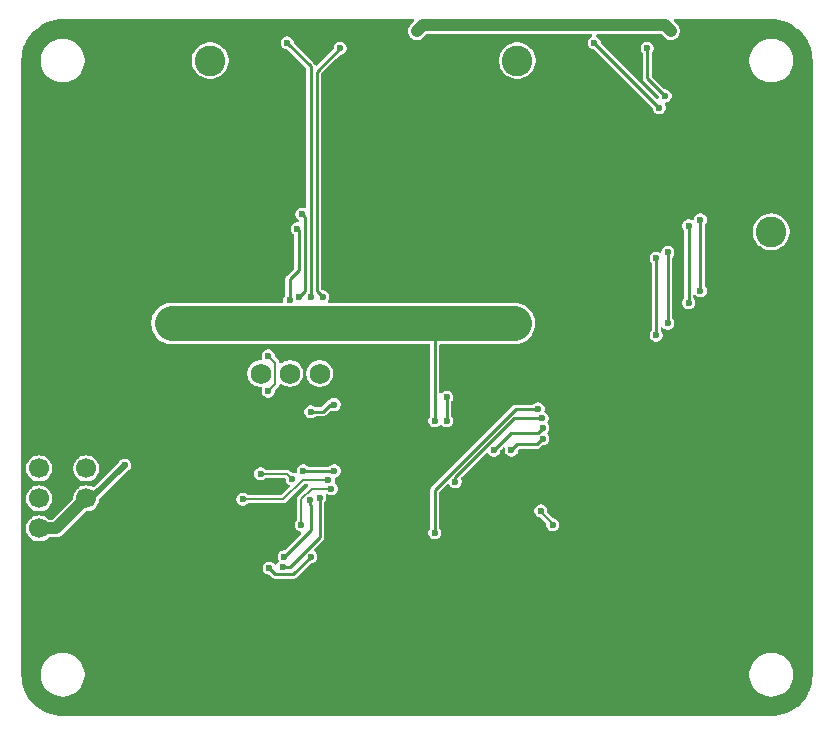
<source format=gbl>
G04 #@! TF.GenerationSoftware,KiCad,Pcbnew,9.0.1*
G04 #@! TF.CreationDate,2025-05-08T09:38:55+02:00*
G04 #@! TF.ProjectId,bidirectional-tester,62696469-7265-4637-9469-6f6e616c2d74,rev?*
G04 #@! TF.SameCoordinates,Original*
G04 #@! TF.FileFunction,Copper,L2,Bot*
G04 #@! TF.FilePolarity,Positive*
%FSLAX46Y46*%
G04 Gerber Fmt 4.6, Leading zero omitted, Abs format (unit mm)*
G04 Created by KiCad (PCBNEW 9.0.1) date 2025-05-08 09:38:55*
%MOMM*%
%LPD*%
G01*
G04 APERTURE LIST*
G04 #@! TA.AperFunction,ComponentPad*
%ADD10C,2.600000*%
G04 #@! TD*
G04 #@! TA.AperFunction,ComponentPad*
%ADD11C,4.000000*%
G04 #@! TD*
G04 #@! TA.AperFunction,ComponentPad*
%ADD12C,1.750000*%
G04 #@! TD*
G04 #@! TA.AperFunction,ComponentPad*
%ADD13R,1.700000X1.700000*%
G04 #@! TD*
G04 #@! TA.AperFunction,ComponentPad*
%ADD14C,1.700000*%
G04 #@! TD*
G04 #@! TA.AperFunction,ViaPad*
%ADD15C,0.600000*%
G04 #@! TD*
G04 #@! TA.AperFunction,Conductor*
%ADD16C,0.500000*%
G04 #@! TD*
G04 #@! TA.AperFunction,Conductor*
%ADD17C,1.000000*%
G04 #@! TD*
G04 #@! TA.AperFunction,Conductor*
%ADD18C,3.000000*%
G04 #@! TD*
G04 #@! TA.AperFunction,Conductor*
%ADD19C,0.250000*%
G04 #@! TD*
G04 #@! TA.AperFunction,Conductor*
%ADD20C,0.200000*%
G04 #@! TD*
G04 APERTURE END LIST*
D10*
X77500000Y-74000000D03*
X82500000Y-74000000D03*
D11*
X77000000Y-100750000D03*
X77000000Y-123250000D03*
D12*
X84250000Y-100500000D03*
D11*
X99000000Y-100750000D03*
X99000000Y-123250000D03*
D12*
X86750000Y-100500000D03*
X89250000Y-100500000D03*
X91750000Y-100500000D03*
D13*
X68000000Y-106000000D03*
D14*
X68000000Y-108540000D03*
X68000000Y-111080000D03*
X68000000Y-113620000D03*
D10*
X103500000Y-74000000D03*
X108500000Y-74000000D03*
X130000000Y-83500000D03*
X130000000Y-88500000D03*
D13*
X72000000Y-106000000D03*
D14*
X72000000Y-108540000D03*
X72000000Y-111080000D03*
D15*
X121500000Y-71500000D03*
X75250000Y-108250000D03*
X100000000Y-71500000D03*
X100500000Y-71000000D03*
X121000000Y-71000000D03*
X69000000Y-83500000D03*
X115000000Y-110000000D03*
X96000000Y-92500000D03*
X68500000Y-93500000D03*
X102500000Y-107250000D03*
X68500000Y-92500000D03*
X71000000Y-91500000D03*
X109750000Y-101250000D03*
X94000000Y-81500000D03*
X107250000Y-114250000D03*
X68500000Y-91500000D03*
X69000000Y-81500000D03*
X71000000Y-93500000D03*
X95000000Y-111500000D03*
X131500000Y-121000000D03*
X71000000Y-94500000D03*
X126250000Y-109500000D03*
X124000000Y-102000000D03*
X121500000Y-109500000D03*
X95000000Y-92500000D03*
X97000000Y-91500000D03*
X95000000Y-82500000D03*
X93750000Y-107500000D03*
X85500000Y-107500000D03*
X96000000Y-93500000D03*
X103500000Y-105000000D03*
X94000000Y-83500000D03*
X118250000Y-81250000D03*
X95000000Y-83500000D03*
X68000000Y-81500000D03*
X70000000Y-82500000D03*
X90000000Y-107500000D03*
X129500000Y-96000000D03*
X95000000Y-91500000D03*
X131500000Y-113500000D03*
X73000000Y-128000000D03*
X96000000Y-91500000D03*
X71000000Y-92500000D03*
X133000000Y-78500000D03*
X116500000Y-73000000D03*
X68000000Y-83500000D03*
X125000000Y-98750000D03*
X121500000Y-87500000D03*
X69000000Y-82500000D03*
X94000000Y-82500000D03*
X104500000Y-113500000D03*
X108000000Y-122750000D03*
X68500000Y-94500000D03*
X119250000Y-103750000D03*
X98000000Y-104750000D03*
X132000000Y-100000000D03*
X96000000Y-83500000D03*
X97000000Y-92500000D03*
X104500000Y-109250000D03*
X114500000Y-107750000D03*
X107500000Y-111250000D03*
X124500000Y-71000000D03*
X95000000Y-93500000D03*
X70000000Y-81500000D03*
X96000000Y-82500000D03*
X116250000Y-94250000D03*
X97000000Y-93500000D03*
X68000000Y-82500000D03*
X95000000Y-71000000D03*
X70000000Y-83500000D03*
X96000000Y-81500000D03*
X95000000Y-81500000D03*
X82250000Y-96250000D03*
X81250000Y-96250000D03*
X106250000Y-96250000D03*
X108250000Y-96250000D03*
X101500000Y-104500000D03*
X105250000Y-96250000D03*
X79250000Y-96250000D03*
X80250000Y-96250000D03*
X107250000Y-96250000D03*
X86750000Y-109000000D03*
X89450000Y-109450000D03*
X91000000Y-103750000D03*
X88741612Y-116008388D03*
X93000000Y-103125000D03*
X90977008Y-111206128D03*
X91750000Y-111000000D03*
X88625000Y-116875000D03*
X92750000Y-110250000D03*
X90200735Y-113299265D03*
X111500000Y-113324000D03*
X110495366Y-112124000D03*
X90375000Y-108750000D03*
X93000000Y-108750000D03*
X102500000Y-104500000D03*
X91000000Y-94000000D03*
X102500000Y-102500000D03*
X89000000Y-72500000D03*
X110650999Y-105090117D03*
X123000000Y-94500000D03*
X106500000Y-107000000D03*
X120500000Y-78000000D03*
X115000000Y-72500000D03*
X123000000Y-88000000D03*
X93497339Y-72975000D03*
X92000000Y-94000000D03*
X119497339Y-72975000D03*
X108000000Y-107000000D03*
X121000000Y-77000000D03*
X110651000Y-106015341D03*
X124000000Y-87500000D03*
X124000000Y-93500000D03*
X90000000Y-94000000D03*
X90250000Y-87000000D03*
X89240064Y-94250000D03*
X87400000Y-102000000D03*
X89875000Y-88250000D03*
X87400000Y-99000000D03*
X121250000Y-90250000D03*
X85250000Y-111150000D03*
X103250000Y-109650000D03*
X110585922Y-104271309D03*
X92497017Y-109491051D03*
X121250000Y-96250000D03*
X110250000Y-103500000D03*
X87500000Y-117000000D03*
X120250000Y-97250000D03*
X120250000Y-90750000D03*
X101500000Y-114000000D03*
X91000000Y-116000000D03*
D16*
X72420000Y-111080000D02*
X72000000Y-111080000D01*
D17*
X100500000Y-71000000D02*
X121000000Y-71000000D01*
X121500000Y-71500000D02*
X121000000Y-71000000D01*
X100000000Y-71500000D02*
X100500000Y-71000000D01*
D16*
X75250000Y-108250000D02*
X72420000Y-111080000D01*
D17*
X68000000Y-113620000D02*
X69460000Y-113620000D01*
X69460000Y-113620000D02*
X72000000Y-111080000D01*
D18*
X101500000Y-96250000D02*
X108250000Y-96250000D01*
D19*
X101500000Y-104500000D02*
X101500000Y-96250000D01*
D18*
X79250000Y-96250000D02*
X101500000Y-96250000D01*
D20*
X89000000Y-109000000D02*
X86750000Y-109000000D01*
X89450000Y-109450000D02*
X89000000Y-109000000D01*
D19*
X90991051Y-113758949D02*
X88741612Y-116008388D01*
X92000000Y-103750000D02*
X91000000Y-103750000D01*
X93000000Y-103125000D02*
X92625000Y-103125000D01*
X90991051Y-111633949D02*
X90991051Y-113758949D01*
X90977008Y-111619906D02*
X90991051Y-111633949D01*
X90977008Y-111206128D02*
X90977008Y-111619906D01*
X92625000Y-103125000D02*
X92000000Y-103750000D01*
X91750000Y-114337107D02*
X89212107Y-116875000D01*
X89212107Y-116875000D02*
X88625000Y-116875000D01*
X91750000Y-111000000D02*
X91750000Y-114337107D01*
D20*
X90200735Y-113299265D02*
X90200735Y-111132458D01*
X91083193Y-110250000D02*
X92750000Y-110250000D01*
X90200735Y-111132458D02*
X91083193Y-110250000D01*
X111500000Y-113250000D02*
X110495366Y-112245366D01*
X110495366Y-112245366D02*
X110495366Y-112124000D01*
X111500000Y-113324000D02*
X111500000Y-113250000D01*
D19*
X90375000Y-108750000D02*
X93000000Y-108750000D01*
X102500000Y-104500000D02*
X102500000Y-102500000D01*
X91000000Y-74500000D02*
X89000000Y-72500000D01*
X91000000Y-94000000D02*
X91000000Y-74500000D01*
X110241116Y-105500000D02*
X108000000Y-105500000D01*
X108000000Y-105500000D02*
X106500000Y-107000000D01*
X123000000Y-88000000D02*
X123000000Y-94500000D01*
X110650999Y-105090117D02*
X110241116Y-105500000D01*
X115000000Y-72500000D02*
X120500000Y-78000000D01*
X91500000Y-74972339D02*
X93497339Y-72975000D01*
X91500000Y-93500000D02*
X91500000Y-74972339D01*
X92000000Y-94000000D02*
X91500000Y-93500000D01*
X110125000Y-106500000D02*
X110609659Y-106015341D01*
X124000000Y-87500000D02*
X124000000Y-93500000D01*
X108000000Y-107000000D02*
X108500000Y-106500000D01*
X119497339Y-72975000D02*
X119497339Y-75497339D01*
X119497339Y-75497339D02*
X121000000Y-77000000D01*
X108500000Y-106500000D02*
X110125000Y-106500000D01*
X110609659Y-106015341D02*
X110651000Y-106015341D01*
X90500000Y-93500000D02*
X90000000Y-94000000D01*
X90500000Y-87250000D02*
X90500000Y-91000000D01*
X90500000Y-91000000D02*
X90500000Y-93500000D01*
X90250000Y-87000000D02*
X90500000Y-87250000D01*
D20*
X88000000Y-99600000D02*
X87400000Y-99000000D01*
D19*
X90000000Y-91750000D02*
X89240064Y-92509936D01*
X89240064Y-92509936D02*
X89240064Y-94250000D01*
X90000000Y-88375000D02*
X90000000Y-91750000D01*
X89875000Y-88250000D02*
X90000000Y-88375000D01*
D20*
X88000000Y-101400000D02*
X88000000Y-99600000D01*
X87400000Y-102000000D02*
X88000000Y-101400000D01*
X110585922Y-104271309D02*
X110456231Y-104401000D01*
D19*
X121250000Y-90250000D02*
X121250000Y-96250000D01*
X110585922Y-104271309D02*
X108228691Y-104271309D01*
X108228691Y-104271309D02*
X103250000Y-109250000D01*
D20*
X88655966Y-111150000D02*
X85250000Y-111150000D01*
X92497017Y-109491051D02*
X90314915Y-109491051D01*
D19*
X103250000Y-109250000D02*
X103250000Y-109650000D01*
D20*
X90314915Y-109491051D02*
X88655966Y-111150000D01*
D19*
X88000000Y-117500000D02*
X87500000Y-117000000D01*
X108362190Y-103500000D02*
X101500000Y-110362190D01*
X120250000Y-90750000D02*
X120250000Y-97250000D01*
X110250000Y-103500000D02*
X108362190Y-103500000D01*
X101500000Y-110362190D02*
X101500000Y-114000000D01*
X91000000Y-116000000D02*
X89500000Y-117500000D01*
X89500000Y-117500000D02*
X88000000Y-117500000D01*
G04 #@! TA.AperFunction,Conductor*
G36*
X99705809Y-70520185D02*
G01*
X99751564Y-70572989D01*
X99761508Y-70642147D01*
X99732483Y-70705703D01*
X99726451Y-70712181D01*
X99417052Y-71021578D01*
X99417052Y-71021579D01*
X99417049Y-71021582D01*
X99417048Y-71021584D01*
X99376400Y-71082418D01*
X99334918Y-71144502D01*
X99334914Y-71144509D01*
X99278342Y-71281087D01*
X99278340Y-71281093D01*
X99249500Y-71426080D01*
X99249500Y-71426083D01*
X99249500Y-71573917D01*
X99249500Y-71573919D01*
X99249499Y-71573919D01*
X99278340Y-71718906D01*
X99278342Y-71718912D01*
X99305645Y-71784829D01*
X99334916Y-71855494D01*
X99417048Y-71978416D01*
X99417052Y-71978420D01*
X99417052Y-71978421D01*
X99521578Y-72082947D01*
X99521581Y-72082949D01*
X99521584Y-72082952D01*
X99644506Y-72165084D01*
X99781088Y-72221658D01*
X99781092Y-72221658D01*
X99781093Y-72221659D01*
X99926080Y-72250500D01*
X99926083Y-72250500D01*
X100073919Y-72250500D01*
X100171461Y-72231096D01*
X100218912Y-72221658D01*
X100355494Y-72165084D01*
X100478416Y-72082952D01*
X100774549Y-71786819D01*
X100835872Y-71753334D01*
X100862230Y-71750500D01*
X114735124Y-71750500D01*
X114802163Y-71770185D01*
X114847918Y-71822989D01*
X114857862Y-71892147D01*
X114828837Y-71955703D01*
X114793523Y-71981168D01*
X114794553Y-71982952D01*
X114661988Y-72059488D01*
X114661982Y-72059493D01*
X114559493Y-72161982D01*
X114559488Y-72161988D01*
X114487017Y-72287511D01*
X114487016Y-72287515D01*
X114449500Y-72427525D01*
X114449500Y-72572475D01*
X114476676Y-72673896D01*
X114487017Y-72712488D01*
X114559488Y-72838011D01*
X114559490Y-72838013D01*
X114559491Y-72838015D01*
X114661985Y-72940509D01*
X114661986Y-72940510D01*
X114661988Y-72940511D01*
X114787511Y-73012982D01*
X114787512Y-73012982D01*
X114787515Y-73012984D01*
X114927525Y-73050500D01*
X114968101Y-73050500D01*
X115035140Y-73070185D01*
X115055782Y-73086819D01*
X119913181Y-77944218D01*
X119946666Y-78005541D01*
X119949500Y-78031899D01*
X119949500Y-78072475D01*
X119987016Y-78212485D01*
X119987017Y-78212488D01*
X120059488Y-78338011D01*
X120059490Y-78338013D01*
X120059491Y-78338015D01*
X120161985Y-78440509D01*
X120161986Y-78440510D01*
X120161988Y-78440511D01*
X120287511Y-78512982D01*
X120287512Y-78512982D01*
X120287515Y-78512984D01*
X120427525Y-78550500D01*
X120427528Y-78550500D01*
X120572472Y-78550500D01*
X120572475Y-78550500D01*
X120712485Y-78512984D01*
X120838015Y-78440509D01*
X120940509Y-78338015D01*
X121012984Y-78212485D01*
X121050500Y-78072475D01*
X121050500Y-77927525D01*
X121012984Y-77787515D01*
X121012982Y-77787512D01*
X121012982Y-77787510D01*
X121012981Y-77787509D01*
X120982802Y-77735238D01*
X120966328Y-77667338D01*
X120989180Y-77601311D01*
X121044101Y-77558120D01*
X121064661Y-77552742D01*
X121064624Y-77552603D01*
X121072472Y-77550500D01*
X121072475Y-77550500D01*
X121212485Y-77512984D01*
X121338015Y-77440509D01*
X121440509Y-77338015D01*
X121512984Y-77212485D01*
X121550500Y-77072475D01*
X121550500Y-76927525D01*
X121512984Y-76787515D01*
X121440509Y-76661985D01*
X121338015Y-76559491D01*
X121338013Y-76559490D01*
X121338011Y-76559488D01*
X121212488Y-76487017D01*
X121212489Y-76487017D01*
X121201006Y-76483940D01*
X121072475Y-76449500D01*
X121072472Y-76449500D01*
X121031899Y-76449500D01*
X120964860Y-76429815D01*
X120944218Y-76413181D01*
X119909158Y-75378121D01*
X119875673Y-75316798D01*
X119872839Y-75290440D01*
X119872839Y-73878711D01*
X128149500Y-73878711D01*
X128149500Y-74121288D01*
X128181161Y-74361785D01*
X128243947Y-74596104D01*
X128289840Y-74706899D01*
X128336776Y-74820212D01*
X128458064Y-75030289D01*
X128458066Y-75030292D01*
X128458067Y-75030293D01*
X128605733Y-75222736D01*
X128605739Y-75222743D01*
X128777256Y-75394260D01*
X128777262Y-75394265D01*
X128969711Y-75541936D01*
X129179788Y-75663224D01*
X129403900Y-75756054D01*
X129638211Y-75818838D01*
X129818586Y-75842584D01*
X129878711Y-75850500D01*
X129878712Y-75850500D01*
X130121289Y-75850500D01*
X130169388Y-75844167D01*
X130361789Y-75818838D01*
X130596100Y-75756054D01*
X130820212Y-75663224D01*
X131030289Y-75541936D01*
X131222738Y-75394265D01*
X131394265Y-75222738D01*
X131541936Y-75030289D01*
X131663224Y-74820212D01*
X131756054Y-74596100D01*
X131818838Y-74361789D01*
X131850500Y-74121288D01*
X131850500Y-73878712D01*
X131849164Y-73868567D01*
X131822111Y-73663072D01*
X131818838Y-73638211D01*
X131756054Y-73403900D01*
X131663224Y-73179788D01*
X131541936Y-72969711D01*
X131394265Y-72777262D01*
X131394260Y-72777256D01*
X131222743Y-72605739D01*
X131222736Y-72605733D01*
X131030293Y-72458067D01*
X131030292Y-72458066D01*
X131030289Y-72458064D01*
X130820212Y-72336776D01*
X130820205Y-72336773D01*
X130596104Y-72243947D01*
X130361785Y-72181161D01*
X130121289Y-72149500D01*
X130121288Y-72149500D01*
X129878712Y-72149500D01*
X129878711Y-72149500D01*
X129638214Y-72181161D01*
X129403895Y-72243947D01*
X129179794Y-72336773D01*
X129179785Y-72336777D01*
X128969706Y-72458067D01*
X128777263Y-72605733D01*
X128777256Y-72605739D01*
X128605739Y-72777256D01*
X128605733Y-72777263D01*
X128458067Y-72969706D01*
X128458064Y-72969710D01*
X128458064Y-72969711D01*
X128446395Y-72989923D01*
X128336777Y-73179785D01*
X128336773Y-73179794D01*
X128243947Y-73403895D01*
X128181161Y-73638214D01*
X128149500Y-73878711D01*
X119872839Y-73878711D01*
X119872839Y-73429386D01*
X119892524Y-73362347D01*
X119909158Y-73341705D01*
X119937848Y-73313015D01*
X120010323Y-73187485D01*
X120047839Y-73047475D01*
X120047839Y-72902525D01*
X120010323Y-72762515D01*
X119959157Y-72673894D01*
X119937850Y-72636988D01*
X119937845Y-72636982D01*
X119835356Y-72534493D01*
X119835350Y-72534488D01*
X119709827Y-72462017D01*
X119709828Y-72462017D01*
X119695075Y-72458064D01*
X119569814Y-72424500D01*
X119424864Y-72424500D01*
X119299603Y-72458064D01*
X119284850Y-72462017D01*
X119159327Y-72534488D01*
X119159321Y-72534493D01*
X119056832Y-72636982D01*
X119056827Y-72636988D01*
X118984356Y-72762511D01*
X118980403Y-72777263D01*
X118946839Y-72902525D01*
X118946839Y-73047475D01*
X118982292Y-73179785D01*
X118984356Y-73187488D01*
X119056827Y-73313011D01*
X119056832Y-73313017D01*
X119085520Y-73341705D01*
X119119005Y-73403028D01*
X119121839Y-73429386D01*
X119121839Y-75546774D01*
X119147429Y-75642277D01*
X119147430Y-75642278D01*
X119159520Y-75663221D01*
X119159523Y-75663224D01*
X119196865Y-75727902D01*
X119196867Y-75727904D01*
X120413181Y-76944218D01*
X120424668Y-76965255D01*
X120439810Y-76983844D01*
X120442732Y-76998337D01*
X120446666Y-77005541D01*
X120448718Y-77017996D01*
X120449500Y-77024926D01*
X120449500Y-77072475D01*
X120458768Y-77107063D01*
X120459809Y-77116289D01*
X120455322Y-77141925D01*
X120454703Y-77167949D01*
X120449396Y-77175789D01*
X120447765Y-77185112D01*
X120430132Y-77204252D01*
X120415540Y-77225812D01*
X120406837Y-77229538D01*
X120400425Y-77236499D01*
X120375239Y-77243068D01*
X120351311Y-77253315D01*
X120341977Y-77251745D01*
X120332817Y-77254135D01*
X120308074Y-77246044D01*
X120282409Y-77241728D01*
X120271823Y-77234189D01*
X120266408Y-77232419D01*
X120262362Y-77227452D01*
X120248910Y-77217873D01*
X115586819Y-72555782D01*
X115553334Y-72494459D01*
X115550500Y-72468101D01*
X115550500Y-72427527D01*
X115550500Y-72427525D01*
X115512984Y-72287515D01*
X115491613Y-72250500D01*
X115440511Y-72161988D01*
X115440506Y-72161982D01*
X115338017Y-72059493D01*
X115338011Y-72059488D01*
X115205447Y-71982952D01*
X115206842Y-71980535D01*
X115163018Y-71945218D01*
X115140955Y-71878924D01*
X115158235Y-71811225D01*
X115209374Y-71763615D01*
X115264876Y-71750500D01*
X120637770Y-71750500D01*
X120704809Y-71770185D01*
X120725451Y-71786819D01*
X121021578Y-72082947D01*
X121021581Y-72082949D01*
X121021584Y-72082952D01*
X121144506Y-72165084D01*
X121281088Y-72221658D01*
X121281092Y-72221658D01*
X121281093Y-72221659D01*
X121426080Y-72250500D01*
X121426083Y-72250500D01*
X121573920Y-72250500D01*
X121671462Y-72231096D01*
X121718913Y-72221658D01*
X121787204Y-72193371D01*
X121855491Y-72165086D01*
X121855492Y-72165085D01*
X121855495Y-72165084D01*
X121978416Y-72082952D01*
X122082952Y-71978416D01*
X122165084Y-71855495D01*
X122178549Y-71822989D01*
X122221656Y-71718917D01*
X122221658Y-71718913D01*
X122250500Y-71573918D01*
X122250500Y-71426083D01*
X122250500Y-71426080D01*
X122221659Y-71281093D01*
X122221658Y-71281092D01*
X122221658Y-71281088D01*
X122165084Y-71144506D01*
X122082952Y-71021584D01*
X122082947Y-71021579D01*
X122082947Y-71021578D01*
X121773549Y-70712181D01*
X121740064Y-70650858D01*
X121745048Y-70581167D01*
X121786919Y-70525233D01*
X121852384Y-70500816D01*
X121861230Y-70500500D01*
X129934108Y-70500500D01*
X129996949Y-70500500D01*
X130003032Y-70500648D01*
X130336929Y-70517052D01*
X130349037Y-70518245D01*
X130362116Y-70520185D01*
X130676699Y-70566849D01*
X130688617Y-70569219D01*
X131009951Y-70649709D01*
X131021588Y-70653240D01*
X131092806Y-70678722D01*
X131333467Y-70764832D01*
X131344688Y-70769479D01*
X131644163Y-70911120D01*
X131654871Y-70916844D01*
X131829619Y-71021584D01*
X131938988Y-71087137D01*
X131949106Y-71093897D01*
X132215170Y-71291224D01*
X132224576Y-71298944D01*
X132470013Y-71521395D01*
X132478604Y-71529986D01*
X132649841Y-71718917D01*
X132701055Y-71775423D01*
X132708775Y-71784829D01*
X132906102Y-72050893D01*
X132912862Y-72061011D01*
X133078149Y-72336777D01*
X133083148Y-72345116D01*
X133088883Y-72355844D01*
X133221851Y-72636982D01*
X133230514Y-72655297D01*
X133235170Y-72666540D01*
X133346759Y-72978411D01*
X133350292Y-72990055D01*
X133430777Y-73311369D01*
X133433151Y-73323305D01*
X133481754Y-73650962D01*
X133482947Y-73663071D01*
X133499351Y-73996966D01*
X133499500Y-74003051D01*
X133499500Y-125996948D01*
X133499351Y-126003033D01*
X133482947Y-126336928D01*
X133481754Y-126349037D01*
X133433151Y-126676694D01*
X133430777Y-126688630D01*
X133350292Y-127009944D01*
X133346759Y-127021588D01*
X133235170Y-127333459D01*
X133230514Y-127344702D01*
X133088885Y-127644151D01*
X133083148Y-127654883D01*
X132912862Y-127938988D01*
X132906102Y-127949106D01*
X132708775Y-128215170D01*
X132701055Y-128224576D01*
X132478611Y-128470006D01*
X132470006Y-128478611D01*
X132224576Y-128701055D01*
X132215170Y-128708775D01*
X131949106Y-128906102D01*
X131938988Y-128912862D01*
X131654883Y-129083148D01*
X131644151Y-129088885D01*
X131344702Y-129230514D01*
X131333459Y-129235170D01*
X131021588Y-129346759D01*
X131009944Y-129350292D01*
X130688630Y-129430777D01*
X130676694Y-129433151D01*
X130349037Y-129481754D01*
X130336928Y-129482947D01*
X130021989Y-129498419D01*
X130003031Y-129499351D01*
X129996949Y-129499500D01*
X70003051Y-129499500D01*
X69996968Y-129499351D01*
X69976900Y-129498365D01*
X69663071Y-129482947D01*
X69650962Y-129481754D01*
X69323305Y-129433151D01*
X69311369Y-129430777D01*
X68990055Y-129350292D01*
X68978411Y-129346759D01*
X68666540Y-129235170D01*
X68655301Y-129230515D01*
X68355844Y-129088883D01*
X68345121Y-129083150D01*
X68061011Y-128912862D01*
X68050893Y-128906102D01*
X67784829Y-128708775D01*
X67775423Y-128701055D01*
X67736475Y-128665755D01*
X67529986Y-128478604D01*
X67521395Y-128470013D01*
X67298944Y-128224576D01*
X67291224Y-128215170D01*
X67093897Y-127949106D01*
X67087137Y-127938988D01*
X66916844Y-127654871D01*
X66911120Y-127644163D01*
X66769479Y-127344688D01*
X66764829Y-127333459D01*
X66725212Y-127222738D01*
X66692902Y-127132438D01*
X66653240Y-127021588D01*
X66649707Y-127009944D01*
X66640958Y-126975015D01*
X66569219Y-126688617D01*
X66566848Y-126676694D01*
X66518245Y-126349037D01*
X66517052Y-126336927D01*
X66500649Y-126003032D01*
X66500500Y-125996948D01*
X66500500Y-125878711D01*
X68149500Y-125878711D01*
X68149500Y-126121288D01*
X68181161Y-126361785D01*
X68243947Y-126596104D01*
X68282273Y-126688630D01*
X68336776Y-126820212D01*
X68458064Y-127030289D01*
X68458066Y-127030292D01*
X68458067Y-127030293D01*
X68605733Y-127222736D01*
X68605739Y-127222743D01*
X68777256Y-127394260D01*
X68777262Y-127394265D01*
X68969711Y-127541936D01*
X69179788Y-127663224D01*
X69403900Y-127756054D01*
X69638211Y-127818838D01*
X69818586Y-127842584D01*
X69878711Y-127850500D01*
X69878712Y-127850500D01*
X70121289Y-127850500D01*
X70169388Y-127844167D01*
X70361789Y-127818838D01*
X70596100Y-127756054D01*
X70820212Y-127663224D01*
X71030289Y-127541936D01*
X71222738Y-127394265D01*
X71394265Y-127222738D01*
X71541936Y-127030289D01*
X71663224Y-126820212D01*
X71756054Y-126596100D01*
X71818838Y-126361789D01*
X71850500Y-126121288D01*
X71850500Y-125878712D01*
X71850500Y-125878711D01*
X128149500Y-125878711D01*
X128149500Y-126121288D01*
X128181161Y-126361785D01*
X128243947Y-126596104D01*
X128282273Y-126688630D01*
X128336776Y-126820212D01*
X128458064Y-127030289D01*
X128458066Y-127030292D01*
X128458067Y-127030293D01*
X128605733Y-127222736D01*
X128605739Y-127222743D01*
X128777256Y-127394260D01*
X128777262Y-127394265D01*
X128969711Y-127541936D01*
X129179788Y-127663224D01*
X129403900Y-127756054D01*
X129638211Y-127818838D01*
X129818586Y-127842584D01*
X129878711Y-127850500D01*
X129878712Y-127850500D01*
X130121289Y-127850500D01*
X130169388Y-127844167D01*
X130361789Y-127818838D01*
X130596100Y-127756054D01*
X130820212Y-127663224D01*
X131030289Y-127541936D01*
X131222738Y-127394265D01*
X131394265Y-127222738D01*
X131541936Y-127030289D01*
X131663224Y-126820212D01*
X131756054Y-126596100D01*
X131818838Y-126361789D01*
X131850500Y-126121288D01*
X131850500Y-125878712D01*
X131818838Y-125638211D01*
X131756054Y-125403900D01*
X131663224Y-125179788D01*
X131541936Y-124969711D01*
X131394265Y-124777262D01*
X131394260Y-124777256D01*
X131222743Y-124605739D01*
X131222736Y-124605733D01*
X131030293Y-124458067D01*
X131030292Y-124458066D01*
X131030289Y-124458064D01*
X130820212Y-124336776D01*
X130820205Y-124336773D01*
X130596104Y-124243947D01*
X130361785Y-124181161D01*
X130121289Y-124149500D01*
X130121288Y-124149500D01*
X129878712Y-124149500D01*
X129878711Y-124149500D01*
X129638214Y-124181161D01*
X129403895Y-124243947D01*
X129179794Y-124336773D01*
X129179785Y-124336777D01*
X128969706Y-124458067D01*
X128777263Y-124605733D01*
X128777256Y-124605739D01*
X128605739Y-124777256D01*
X128605733Y-124777263D01*
X128458067Y-124969706D01*
X128336777Y-125179785D01*
X128336773Y-125179794D01*
X128243947Y-125403895D01*
X128181161Y-125638214D01*
X128149500Y-125878711D01*
X71850500Y-125878711D01*
X71818838Y-125638211D01*
X71756054Y-125403900D01*
X71663224Y-125179788D01*
X71541936Y-124969711D01*
X71394265Y-124777262D01*
X71394260Y-124777256D01*
X71222743Y-124605739D01*
X71222736Y-124605733D01*
X71030293Y-124458067D01*
X71030292Y-124458066D01*
X71030289Y-124458064D01*
X70820212Y-124336776D01*
X70820205Y-124336773D01*
X70596104Y-124243947D01*
X70361785Y-124181161D01*
X70121289Y-124149500D01*
X70121288Y-124149500D01*
X69878712Y-124149500D01*
X69878711Y-124149500D01*
X69638214Y-124181161D01*
X69403895Y-124243947D01*
X69179794Y-124336773D01*
X69179785Y-124336777D01*
X68969706Y-124458067D01*
X68777263Y-124605733D01*
X68777256Y-124605739D01*
X68605739Y-124777256D01*
X68605733Y-124777263D01*
X68458067Y-124969706D01*
X68336777Y-125179785D01*
X68336773Y-125179794D01*
X68243947Y-125403895D01*
X68181161Y-125638214D01*
X68149500Y-125878711D01*
X66500500Y-125878711D01*
X66500500Y-113533389D01*
X66899500Y-113533389D01*
X66899500Y-113706610D01*
X66916608Y-113814630D01*
X66926598Y-113877701D01*
X66980127Y-114042445D01*
X67058768Y-114196788D01*
X67160586Y-114336928D01*
X67283072Y-114459414D01*
X67423212Y-114561232D01*
X67577555Y-114639873D01*
X67742299Y-114693402D01*
X67913389Y-114720500D01*
X67913390Y-114720500D01*
X68086610Y-114720500D01*
X68086611Y-114720500D01*
X68257701Y-114693402D01*
X68422445Y-114639873D01*
X68576788Y-114561232D01*
X68716928Y-114459414D01*
X68769523Y-114406819D01*
X68830846Y-114373334D01*
X68857204Y-114370500D01*
X69533920Y-114370500D01*
X69631462Y-114351096D01*
X69678913Y-114341658D01*
X69769967Y-114303942D01*
X69815493Y-114285085D01*
X69815493Y-114285084D01*
X69815495Y-114285084D01*
X69874119Y-114245913D01*
X69874119Y-114245912D01*
X69874121Y-114245912D01*
X69924144Y-114212488D01*
X69938416Y-114202952D01*
X71924548Y-112216818D01*
X71985871Y-112183334D01*
X72012229Y-112180500D01*
X72086610Y-112180500D01*
X72086611Y-112180500D01*
X72257701Y-112153402D01*
X72422445Y-112099873D01*
X72576788Y-112021232D01*
X72716928Y-111919414D01*
X72839414Y-111796928D01*
X72941232Y-111656788D01*
X73019873Y-111502445D01*
X73073402Y-111337701D01*
X73100500Y-111166611D01*
X73100500Y-111158675D01*
X73109144Y-111129234D01*
X73115668Y-111099248D01*
X73119422Y-111094232D01*
X73120185Y-111091636D01*
X73131555Y-111077525D01*
X84699500Y-111077525D01*
X84699500Y-111222475D01*
X84730460Y-111338017D01*
X84737017Y-111362488D01*
X84809488Y-111488011D01*
X84809490Y-111488013D01*
X84809491Y-111488015D01*
X84911985Y-111590509D01*
X84911986Y-111590510D01*
X84911988Y-111590511D01*
X85037511Y-111662982D01*
X85037512Y-111662982D01*
X85037515Y-111662984D01*
X85177525Y-111700500D01*
X85177528Y-111700500D01*
X85322472Y-111700500D01*
X85322475Y-111700500D01*
X85462485Y-111662984D01*
X85588015Y-111590509D01*
X85641705Y-111536819D01*
X85703028Y-111503334D01*
X85729386Y-111500500D01*
X88702108Y-111500500D01*
X88702110Y-111500500D01*
X88791254Y-111476614D01*
X88801878Y-111470480D01*
X88871178Y-111430470D01*
X90423778Y-109877870D01*
X90450705Y-109863166D01*
X90476524Y-109846574D01*
X90482724Y-109845682D01*
X90485101Y-109844385D01*
X90511459Y-109841551D01*
X90696598Y-109841551D01*
X90763637Y-109861236D01*
X90809392Y-109914040D01*
X90819336Y-109983198D01*
X90790311Y-110046754D01*
X90784279Y-110053232D01*
X89920266Y-110917244D01*
X89920264Y-110917247D01*
X89895458Y-110960214D01*
X89895457Y-110960215D01*
X89874122Y-110997167D01*
X89874121Y-110997170D01*
X89850235Y-111086314D01*
X89850235Y-112819879D01*
X89830550Y-112886918D01*
X89813916Y-112907560D01*
X89760228Y-112961247D01*
X89760223Y-112961253D01*
X89687752Y-113086776D01*
X89687751Y-113086780D01*
X89650235Y-113226790D01*
X89650235Y-113371740D01*
X89656863Y-113396475D01*
X89687752Y-113511753D01*
X89760223Y-113637276D01*
X89760225Y-113637278D01*
X89760226Y-113637280D01*
X89862720Y-113739774D01*
X89862721Y-113739775D01*
X89862723Y-113739776D01*
X89988246Y-113812247D01*
X89988247Y-113812247D01*
X89988250Y-113812249D01*
X90110828Y-113845094D01*
X90170486Y-113881457D01*
X90201015Y-113944304D01*
X90192720Y-114013679D01*
X90166413Y-114052548D01*
X88797394Y-115421569D01*
X88736071Y-115455054D01*
X88709713Y-115457888D01*
X88669137Y-115457888D01*
X88558737Y-115487470D01*
X88529123Y-115495405D01*
X88403600Y-115567876D01*
X88403594Y-115567881D01*
X88301105Y-115670370D01*
X88301100Y-115670376D01*
X88228629Y-115795899D01*
X88228628Y-115795903D01*
X88191112Y-115935913D01*
X88191112Y-116080863D01*
X88228628Y-116220873D01*
X88280603Y-116310896D01*
X88285313Y-116330310D01*
X88294681Y-116347952D01*
X88293381Y-116363565D01*
X88297076Y-116378795D01*
X88290542Y-116397673D01*
X88288885Y-116417581D01*
X88277710Y-116434747D01*
X88274224Y-116444822D01*
X88271610Y-116448359D01*
X88266650Y-116454825D01*
X88184491Y-116536985D01*
X88126181Y-116637980D01*
X88121240Y-116644423D01*
X88099313Y-116660441D01*
X88079665Y-116679176D01*
X88071520Y-116680745D01*
X88064822Y-116685639D01*
X88037716Y-116687260D01*
X88011058Y-116692398D01*
X88003358Y-116689315D01*
X87995077Y-116689811D01*
X87971399Y-116676521D01*
X87946193Y-116666430D01*
X87935165Y-116656641D01*
X87838017Y-116559493D01*
X87838011Y-116559488D01*
X87712488Y-116487017D01*
X87712489Y-116487017D01*
X87701006Y-116483940D01*
X87572475Y-116449500D01*
X87427525Y-116449500D01*
X87298993Y-116483940D01*
X87287511Y-116487017D01*
X87161988Y-116559488D01*
X87161982Y-116559493D01*
X87059493Y-116661982D01*
X87059488Y-116661988D01*
X86987017Y-116787511D01*
X86987016Y-116787515D01*
X86949500Y-116927525D01*
X86949500Y-117072475D01*
X86987016Y-117212485D01*
X86987017Y-117212488D01*
X87059488Y-117338011D01*
X87059490Y-117338013D01*
X87059491Y-117338015D01*
X87161985Y-117440509D01*
X87161986Y-117440510D01*
X87161988Y-117440511D01*
X87287511Y-117512982D01*
X87287512Y-117512982D01*
X87287515Y-117512984D01*
X87427525Y-117550500D01*
X87468100Y-117550500D01*
X87535139Y-117570185D01*
X87555781Y-117586819D01*
X87769437Y-117800475D01*
X87855063Y-117849911D01*
X87950564Y-117875500D01*
X87950565Y-117875500D01*
X87950566Y-117875500D01*
X89549435Y-117875500D01*
X89549436Y-117875500D01*
X89597186Y-117862705D01*
X89644938Y-117849910D01*
X89730562Y-117800475D01*
X89800475Y-117730562D01*
X90944218Y-116586819D01*
X91005541Y-116553334D01*
X91031899Y-116550500D01*
X91072472Y-116550500D01*
X91072475Y-116550500D01*
X91212485Y-116512984D01*
X91338015Y-116440509D01*
X91440509Y-116338015D01*
X91512984Y-116212485D01*
X91550500Y-116072475D01*
X91550500Y-115927525D01*
X91512984Y-115787515D01*
X91440509Y-115661985D01*
X91338015Y-115559491D01*
X91338013Y-115559490D01*
X91338011Y-115559488D01*
X91300856Y-115538037D01*
X91252640Y-115487470D01*
X91239418Y-115418862D01*
X91265386Y-115353998D01*
X91275175Y-115342969D01*
X92050475Y-114567670D01*
X92099911Y-114482044D01*
X92125500Y-114386543D01*
X92125500Y-114287671D01*
X92125500Y-113927525D01*
X100949500Y-113927525D01*
X100949500Y-114072475D01*
X100984462Y-114202952D01*
X100987017Y-114212488D01*
X101059488Y-114338011D01*
X101059490Y-114338013D01*
X101059491Y-114338015D01*
X101161985Y-114440509D01*
X101161986Y-114440510D01*
X101161988Y-114440511D01*
X101287511Y-114512982D01*
X101287512Y-114512982D01*
X101287515Y-114512984D01*
X101427525Y-114550500D01*
X101427528Y-114550500D01*
X101572472Y-114550500D01*
X101572475Y-114550500D01*
X101712485Y-114512984D01*
X101838015Y-114440509D01*
X101940509Y-114338015D01*
X102012984Y-114212485D01*
X102050500Y-114072475D01*
X102050500Y-113927525D01*
X102012984Y-113787515D01*
X101999701Y-113764509D01*
X101940511Y-113661988D01*
X101940506Y-113661982D01*
X101911819Y-113633295D01*
X101878334Y-113571972D01*
X101875500Y-113545614D01*
X101875500Y-112051525D01*
X109944866Y-112051525D01*
X109944866Y-112196475D01*
X109980347Y-112328890D01*
X109982383Y-112336488D01*
X110054854Y-112462011D01*
X110054856Y-112462013D01*
X110054857Y-112462015D01*
X110157351Y-112564509D01*
X110157352Y-112564510D01*
X110157354Y-112564511D01*
X110282877Y-112636982D01*
X110282878Y-112636982D01*
X110282881Y-112636984D01*
X110398897Y-112668070D01*
X110454481Y-112700163D01*
X110913181Y-113158863D01*
X110946666Y-113220186D01*
X110949500Y-113246544D01*
X110949500Y-113251525D01*
X110949500Y-113396475D01*
X110987016Y-113536485D01*
X110987017Y-113536488D01*
X111059488Y-113662011D01*
X111059490Y-113662013D01*
X111059491Y-113662015D01*
X111161985Y-113764509D01*
X111161986Y-113764510D01*
X111161988Y-113764511D01*
X111287511Y-113836982D01*
X111287512Y-113836982D01*
X111287515Y-113836984D01*
X111427525Y-113874500D01*
X111427528Y-113874500D01*
X111572472Y-113874500D01*
X111572475Y-113874500D01*
X111712485Y-113836984D01*
X111838015Y-113764509D01*
X111940509Y-113662015D01*
X112012984Y-113536485D01*
X112050500Y-113396475D01*
X112050500Y-113251525D01*
X112012984Y-113111515D01*
X111940509Y-112985985D01*
X111838015Y-112883491D01*
X111838013Y-112883490D01*
X111838011Y-112883488D01*
X111712488Y-112811017D01*
X111712489Y-112811017D01*
X111701006Y-112807940D01*
X111572475Y-112773500D01*
X111572472Y-112773500D01*
X111570544Y-112773500D01*
X111568975Y-112773039D01*
X111564415Y-112772439D01*
X111564508Y-112771727D01*
X111503505Y-112753815D01*
X111482863Y-112737181D01*
X111074572Y-112328890D01*
X111041087Y-112267567D01*
X111042478Y-112209115D01*
X111045866Y-112196475D01*
X111045866Y-112051525D01*
X111008350Y-111911515D01*
X110935875Y-111785985D01*
X110833381Y-111683491D01*
X110833379Y-111683490D01*
X110833377Y-111683488D01*
X110707854Y-111611017D01*
X110707855Y-111611017D01*
X110696372Y-111607940D01*
X110567841Y-111573500D01*
X110422891Y-111573500D01*
X110294359Y-111607940D01*
X110282877Y-111611017D01*
X110157354Y-111683488D01*
X110157348Y-111683493D01*
X110054859Y-111785982D01*
X110054854Y-111785988D01*
X109982383Y-111911511D01*
X109982382Y-111911515D01*
X109944866Y-112051525D01*
X101875500Y-112051525D01*
X101875500Y-110569089D01*
X101895185Y-110502050D01*
X101911819Y-110481408D01*
X102222213Y-110171014D01*
X102547247Y-109845979D01*
X102608568Y-109812496D01*
X102678259Y-109817480D01*
X102734193Y-109859351D01*
X102742313Y-109871661D01*
X102772177Y-109923386D01*
X102809491Y-109988015D01*
X102911985Y-110090509D01*
X102911986Y-110090510D01*
X102911988Y-110090511D01*
X103037511Y-110162982D01*
X103037512Y-110162982D01*
X103037515Y-110162984D01*
X103177525Y-110200500D01*
X103177528Y-110200500D01*
X103322472Y-110200500D01*
X103322475Y-110200500D01*
X103462485Y-110162984D01*
X103588015Y-110090509D01*
X103690509Y-109988015D01*
X103762984Y-109862485D01*
X103800500Y-109722475D01*
X103800500Y-109577525D01*
X103762984Y-109437515D01*
X103748530Y-109412481D01*
X103732057Y-109344582D01*
X103754908Y-109278554D01*
X103768230Y-109262805D01*
X105811087Y-107219948D01*
X105872408Y-107186465D01*
X105942100Y-107191449D01*
X105998033Y-107233321D01*
X106006152Y-107245629D01*
X106059491Y-107338015D01*
X106161985Y-107440509D01*
X106161986Y-107440510D01*
X106161988Y-107440511D01*
X106287511Y-107512982D01*
X106287512Y-107512982D01*
X106287515Y-107512984D01*
X106427525Y-107550500D01*
X106427528Y-107550500D01*
X106572472Y-107550500D01*
X106572475Y-107550500D01*
X106712485Y-107512984D01*
X106838015Y-107440509D01*
X106940509Y-107338015D01*
X107012984Y-107212485D01*
X107050500Y-107072475D01*
X107050500Y-107031899D01*
X107059144Y-107002458D01*
X107065668Y-106972472D01*
X107069422Y-106967456D01*
X107070185Y-106964860D01*
X107086813Y-106944223D01*
X107248913Y-106782123D01*
X107310233Y-106748641D01*
X107379924Y-106753625D01*
X107435858Y-106795496D01*
X107460275Y-106860961D01*
X107456366Y-106901899D01*
X107449500Y-106927523D01*
X107449500Y-106927525D01*
X107449500Y-107072475D01*
X107487016Y-107212485D01*
X107487017Y-107212488D01*
X107559488Y-107338011D01*
X107559490Y-107338013D01*
X107559491Y-107338015D01*
X107661985Y-107440509D01*
X107661986Y-107440510D01*
X107661988Y-107440511D01*
X107787511Y-107512982D01*
X107787512Y-107512982D01*
X107787515Y-107512984D01*
X107927525Y-107550500D01*
X107927528Y-107550500D01*
X108072472Y-107550500D01*
X108072475Y-107550500D01*
X108212485Y-107512984D01*
X108338015Y-107440509D01*
X108440509Y-107338015D01*
X108512984Y-107212485D01*
X108550500Y-107072475D01*
X108550500Y-107031899D01*
X108559145Y-107002457D01*
X108565669Y-106972471D01*
X108569422Y-106967456D01*
X108570185Y-106964861D01*
X108586820Y-106944217D01*
X108619221Y-106911817D01*
X108680545Y-106878333D01*
X108706901Y-106875500D01*
X110174435Y-106875500D01*
X110174436Y-106875500D01*
X110222186Y-106862705D01*
X110269938Y-106849910D01*
X110355562Y-106800475D01*
X110425475Y-106730562D01*
X110553877Y-106602160D01*
X110615200Y-106568675D01*
X110641558Y-106565841D01*
X110723472Y-106565841D01*
X110723475Y-106565841D01*
X110863485Y-106528325D01*
X110989015Y-106455850D01*
X111091509Y-106353356D01*
X111163984Y-106227826D01*
X111201500Y-106087816D01*
X111201500Y-105942866D01*
X111163984Y-105802856D01*
X111091509Y-105677326D01*
X111054592Y-105640409D01*
X111021107Y-105579086D01*
X111026091Y-105509394D01*
X111054591Y-105465048D01*
X111091508Y-105428132D01*
X111163983Y-105302602D01*
X111201499Y-105162592D01*
X111201499Y-105017642D01*
X111163983Y-104877632D01*
X111140930Y-104837704D01*
X111091510Y-104752105D01*
X111091505Y-104752099D01*
X111065270Y-104725864D01*
X111031785Y-104664541D01*
X111036769Y-104594849D01*
X111045562Y-104576187D01*
X111098906Y-104483794D01*
X111136422Y-104343784D01*
X111136422Y-104198834D01*
X111098906Y-104058824D01*
X111053721Y-103980562D01*
X111026433Y-103933297D01*
X111026428Y-103933291D01*
X110923939Y-103830802D01*
X110923937Y-103830800D01*
X110839493Y-103782046D01*
X110791277Y-103731479D01*
X110778055Y-103662872D01*
X110781714Y-103642581D01*
X110800500Y-103572475D01*
X110800500Y-103427525D01*
X110762984Y-103287515D01*
X110733828Y-103237016D01*
X110690511Y-103161988D01*
X110690506Y-103161982D01*
X110588017Y-103059493D01*
X110588011Y-103059488D01*
X110462488Y-102987017D01*
X110462489Y-102987017D01*
X110451006Y-102983940D01*
X110322475Y-102949500D01*
X110177525Y-102949500D01*
X110048993Y-102983940D01*
X110037511Y-102987017D01*
X109911988Y-103059488D01*
X109911982Y-103059493D01*
X109883295Y-103088181D01*
X109821972Y-103121666D01*
X109795614Y-103124500D01*
X108411626Y-103124500D01*
X108312754Y-103124500D01*
X108304197Y-103126793D01*
X108217250Y-103150090D01*
X108217249Y-103150091D01*
X108131626Y-103199526D01*
X101199526Y-110131626D01*
X101150091Y-110217249D01*
X101150091Y-110217250D01*
X101150090Y-110217252D01*
X101124500Y-110312755D01*
X101124500Y-110312757D01*
X101124500Y-113545614D01*
X101104815Y-113612653D01*
X101088181Y-113633295D01*
X101059493Y-113661982D01*
X101059488Y-113661988D01*
X100987017Y-113787511D01*
X100987016Y-113787515D01*
X100949500Y-113927525D01*
X92125500Y-113927525D01*
X92125500Y-111454386D01*
X92145185Y-111387347D01*
X92161819Y-111366705D01*
X92166039Y-111362485D01*
X92190509Y-111338015D01*
X92262984Y-111212485D01*
X92300500Y-111072475D01*
X92300500Y-110927525D01*
X92282445Y-110860144D01*
X92284108Y-110790299D01*
X92323270Y-110732436D01*
X92387498Y-110704931D01*
X92456400Y-110716517D01*
X92464209Y-110720660D01*
X92537515Y-110762984D01*
X92677525Y-110800500D01*
X92677528Y-110800500D01*
X92822472Y-110800500D01*
X92822475Y-110800500D01*
X92962485Y-110762984D01*
X93088015Y-110690509D01*
X93190509Y-110588015D01*
X93262984Y-110462485D01*
X93300500Y-110322475D01*
X93300500Y-110177525D01*
X93262984Y-110037515D01*
X93245133Y-110006597D01*
X93190511Y-109911988D01*
X93190506Y-109911982D01*
X93088016Y-109809492D01*
X93088008Y-109809486D01*
X93078264Y-109803860D01*
X93030050Y-109753292D01*
X93016829Y-109684685D01*
X93020490Y-109664388D01*
X93047517Y-109563526D01*
X93047517Y-109418576D01*
X93047517Y-109410448D01*
X93048848Y-109410448D01*
X93058310Y-109349764D01*
X93104688Y-109297507D01*
X93138386Y-109282838D01*
X93212485Y-109262984D01*
X93338015Y-109190509D01*
X93440509Y-109088015D01*
X93512984Y-108962485D01*
X93550500Y-108822475D01*
X93550500Y-108677525D01*
X93512984Y-108537515D01*
X93483828Y-108487016D01*
X93440511Y-108411988D01*
X93440506Y-108411982D01*
X93338017Y-108309493D01*
X93338011Y-108309488D01*
X93212488Y-108237017D01*
X93212489Y-108237017D01*
X93201006Y-108233940D01*
X93072475Y-108199500D01*
X92927525Y-108199500D01*
X92798993Y-108233940D01*
X92787511Y-108237017D01*
X92661988Y-108309488D01*
X92661982Y-108309493D01*
X92633295Y-108338181D01*
X92571972Y-108371666D01*
X92545614Y-108374500D01*
X90829386Y-108374500D01*
X90762347Y-108354815D01*
X90741705Y-108338181D01*
X90713017Y-108309493D01*
X90713011Y-108309488D01*
X90587488Y-108237017D01*
X90587489Y-108237017D01*
X90576006Y-108233940D01*
X90447475Y-108199500D01*
X90302525Y-108199500D01*
X90173993Y-108233940D01*
X90162511Y-108237017D01*
X90036988Y-108309488D01*
X90036982Y-108309493D01*
X89934493Y-108411982D01*
X89934488Y-108411988D01*
X89862017Y-108537511D01*
X89862016Y-108537515D01*
X89824500Y-108677525D01*
X89824500Y-108677527D01*
X89824500Y-108818828D01*
X89804815Y-108885867D01*
X89752011Y-108931622D01*
X89682853Y-108941566D01*
X89668406Y-108938603D01*
X89662486Y-108937016D01*
X89662485Y-108937016D01*
X89522475Y-108899500D01*
X89522472Y-108899500D01*
X89446544Y-108899500D01*
X89379505Y-108879815D01*
X89358863Y-108863181D01*
X89215213Y-108719531D01*
X89215208Y-108719527D01*
X89135290Y-108673387D01*
X89135289Y-108673386D01*
X89135288Y-108673386D01*
X89046144Y-108649500D01*
X89046143Y-108649500D01*
X87229386Y-108649500D01*
X87162347Y-108629815D01*
X87141705Y-108613181D01*
X87088017Y-108559493D01*
X87088011Y-108559488D01*
X86962488Y-108487017D01*
X86962489Y-108487017D01*
X86951006Y-108483940D01*
X86822475Y-108449500D01*
X86677525Y-108449500D01*
X86548993Y-108483940D01*
X86537511Y-108487017D01*
X86411988Y-108559488D01*
X86411982Y-108559493D01*
X86309493Y-108661982D01*
X86309488Y-108661988D01*
X86237017Y-108787511D01*
X86237016Y-108787515D01*
X86199500Y-108927525D01*
X86199500Y-109072475D01*
X86231128Y-109190511D01*
X86237017Y-109212488D01*
X86309488Y-109338011D01*
X86309490Y-109338013D01*
X86309491Y-109338015D01*
X86411985Y-109440509D01*
X86411986Y-109440510D01*
X86411988Y-109440511D01*
X86537511Y-109512982D01*
X86537512Y-109512982D01*
X86537515Y-109512984D01*
X86677525Y-109550500D01*
X86677528Y-109550500D01*
X86822472Y-109550500D01*
X86822475Y-109550500D01*
X86962485Y-109512984D01*
X87088015Y-109440509D01*
X87141705Y-109386819D01*
X87203028Y-109353334D01*
X87229386Y-109350500D01*
X88775500Y-109350500D01*
X88842539Y-109370185D01*
X88888294Y-109422989D01*
X88899500Y-109474500D01*
X88899500Y-109522475D01*
X88931125Y-109640500D01*
X88937017Y-109662488D01*
X89009488Y-109788011D01*
X89009490Y-109788013D01*
X89009491Y-109788015D01*
X89111985Y-109890509D01*
X89149188Y-109911988D01*
X89167166Y-109922368D01*
X89215382Y-109972935D01*
X89228604Y-110041542D01*
X89202636Y-110106407D01*
X89192847Y-110117436D01*
X88547103Y-110763181D01*
X88485780Y-110796666D01*
X88459422Y-110799500D01*
X85729386Y-110799500D01*
X85662347Y-110779815D01*
X85641705Y-110763181D01*
X85588017Y-110709493D01*
X85588011Y-110709488D01*
X85462488Y-110637017D01*
X85462489Y-110637017D01*
X85451006Y-110633940D01*
X85322475Y-110599500D01*
X85177525Y-110599500D01*
X85048993Y-110633940D01*
X85037511Y-110637017D01*
X84911988Y-110709488D01*
X84911982Y-110709493D01*
X84809493Y-110811982D01*
X84809488Y-110811988D01*
X84737017Y-110937511D01*
X84737016Y-110937515D01*
X84699500Y-111077525D01*
X73131555Y-111077525D01*
X73136814Y-111070999D01*
X75414905Y-108792907D01*
X75455133Y-108766029D01*
X75462478Y-108762985D01*
X75462485Y-108762984D01*
X75588015Y-108690509D01*
X75690509Y-108588015D01*
X75762984Y-108462485D01*
X75800500Y-108322475D01*
X75800500Y-108177525D01*
X75762984Y-108037515D01*
X75720084Y-107963211D01*
X75690511Y-107911988D01*
X75690506Y-107911982D01*
X75588017Y-107809493D01*
X75588011Y-107809488D01*
X75462488Y-107737017D01*
X75462489Y-107737017D01*
X75451006Y-107733940D01*
X75322475Y-107699500D01*
X75177525Y-107699500D01*
X75048993Y-107733940D01*
X75037511Y-107737017D01*
X74911988Y-107809488D01*
X74911982Y-107809493D01*
X74809493Y-107911982D01*
X74809489Y-107911988D01*
X74737016Y-108037515D01*
X74733968Y-108044873D01*
X74707091Y-108085093D01*
X72691255Y-110100929D01*
X72629932Y-110134414D01*
X72560240Y-110129430D01*
X72547285Y-110123735D01*
X72422445Y-110060127D01*
X72257701Y-110006598D01*
X72257699Y-110006597D01*
X72257698Y-110006597D01*
X72109959Y-109983198D01*
X72086611Y-109979500D01*
X71913389Y-109979500D01*
X71890041Y-109983198D01*
X71742302Y-110006597D01*
X71742299Y-110006598D01*
X71598776Y-110053232D01*
X71577552Y-110060128D01*
X71423211Y-110138768D01*
X71369865Y-110177527D01*
X71283072Y-110240586D01*
X71283070Y-110240588D01*
X71283069Y-110240588D01*
X71160588Y-110363069D01*
X71160588Y-110363070D01*
X71160586Y-110363072D01*
X71116859Y-110423256D01*
X71058768Y-110503211D01*
X70980128Y-110657552D01*
X70980127Y-110657554D01*
X70980127Y-110657555D01*
X70969420Y-110690509D01*
X70926597Y-110822302D01*
X70899500Y-110993389D01*
X70899500Y-111067770D01*
X70879815Y-111134809D01*
X70863181Y-111155451D01*
X69185451Y-112833181D01*
X69158523Y-112847884D01*
X69132705Y-112864477D01*
X69126504Y-112865368D01*
X69124128Y-112866666D01*
X69097770Y-112869500D01*
X68857204Y-112869500D01*
X68790165Y-112849815D01*
X68769523Y-112833181D01*
X68716930Y-112780588D01*
X68716928Y-112780586D01*
X68576788Y-112678768D01*
X68422445Y-112600127D01*
X68257701Y-112546598D01*
X68257699Y-112546597D01*
X68257698Y-112546597D01*
X68126271Y-112525781D01*
X68086611Y-112519500D01*
X67913389Y-112519500D01*
X67873728Y-112525781D01*
X67742302Y-112546597D01*
X67577552Y-112600128D01*
X67423211Y-112678768D01*
X67393764Y-112700163D01*
X67283072Y-112780586D01*
X67283070Y-112780588D01*
X67283069Y-112780588D01*
X67160588Y-112903069D01*
X67160588Y-112903070D01*
X67160586Y-112903072D01*
X67136984Y-112935557D01*
X67058768Y-113043211D01*
X66980128Y-113197552D01*
X66926597Y-113362302D01*
X66899500Y-113533389D01*
X66500500Y-113533389D01*
X66500500Y-110993389D01*
X66899500Y-110993389D01*
X66899500Y-111166611D01*
X66926598Y-111337701D01*
X66980127Y-111502445D01*
X67058768Y-111656788D01*
X67160586Y-111796928D01*
X67283072Y-111919414D01*
X67423212Y-112021232D01*
X67577555Y-112099873D01*
X67742299Y-112153402D01*
X67913389Y-112180500D01*
X67913390Y-112180500D01*
X68086610Y-112180500D01*
X68086611Y-112180500D01*
X68257701Y-112153402D01*
X68422445Y-112099873D01*
X68576788Y-112021232D01*
X68716928Y-111919414D01*
X68839414Y-111796928D01*
X68941232Y-111656788D01*
X69019873Y-111502445D01*
X69073402Y-111337701D01*
X69100500Y-111166611D01*
X69100500Y-110993389D01*
X69073402Y-110822299D01*
X69019873Y-110657555D01*
X68941232Y-110503212D01*
X68839414Y-110363072D01*
X68716928Y-110240586D01*
X68576788Y-110138768D01*
X68502524Y-110100929D01*
X68422447Y-110060128D01*
X68422446Y-110060127D01*
X68422445Y-110060127D01*
X68257701Y-110006598D01*
X68257699Y-110006597D01*
X68257698Y-110006597D01*
X68109959Y-109983198D01*
X68086611Y-109979500D01*
X67913389Y-109979500D01*
X67890041Y-109983198D01*
X67742302Y-110006597D01*
X67742299Y-110006598D01*
X67598776Y-110053232D01*
X67577552Y-110060128D01*
X67423211Y-110138768D01*
X67369865Y-110177527D01*
X67283072Y-110240586D01*
X67283070Y-110240588D01*
X67283069Y-110240588D01*
X67160588Y-110363069D01*
X67160588Y-110363070D01*
X67160586Y-110363072D01*
X67116859Y-110423256D01*
X67058768Y-110503211D01*
X66980128Y-110657552D01*
X66980127Y-110657554D01*
X66980127Y-110657555D01*
X66969420Y-110690509D01*
X66926597Y-110822302D01*
X66904754Y-110960214D01*
X66899500Y-110993389D01*
X66500500Y-110993389D01*
X66500500Y-108453389D01*
X66899500Y-108453389D01*
X66899500Y-108626611D01*
X66903125Y-108649500D01*
X66924984Y-108787515D01*
X66926598Y-108797701D01*
X66980127Y-108962445D01*
X67058768Y-109116788D01*
X67160586Y-109256928D01*
X67283072Y-109379414D01*
X67423212Y-109481232D01*
X67577555Y-109559873D01*
X67742299Y-109613402D01*
X67913389Y-109640500D01*
X67913390Y-109640500D01*
X68086610Y-109640500D01*
X68086611Y-109640500D01*
X68257701Y-109613402D01*
X68422445Y-109559873D01*
X68576788Y-109481232D01*
X68716928Y-109379414D01*
X68839414Y-109256928D01*
X68941232Y-109116788D01*
X69019873Y-108962445D01*
X69073402Y-108797701D01*
X69100500Y-108626611D01*
X69100500Y-108453389D01*
X70899500Y-108453389D01*
X70899500Y-108626611D01*
X70903125Y-108649500D01*
X70924984Y-108787515D01*
X70926598Y-108797701D01*
X70980127Y-108962445D01*
X71058768Y-109116788D01*
X71160586Y-109256928D01*
X71283072Y-109379414D01*
X71423212Y-109481232D01*
X71577555Y-109559873D01*
X71742299Y-109613402D01*
X71913389Y-109640500D01*
X71913390Y-109640500D01*
X72086610Y-109640500D01*
X72086611Y-109640500D01*
X72257701Y-109613402D01*
X72422445Y-109559873D01*
X72576788Y-109481232D01*
X72716928Y-109379414D01*
X72839414Y-109256928D01*
X72941232Y-109116788D01*
X73019873Y-108962445D01*
X73073402Y-108797701D01*
X73100500Y-108626611D01*
X73100500Y-108453389D01*
X73073402Y-108282299D01*
X73019873Y-108117555D01*
X72941232Y-107963212D01*
X72839414Y-107823072D01*
X72716928Y-107700586D01*
X72576788Y-107598768D01*
X72422445Y-107520127D01*
X72257701Y-107466598D01*
X72257699Y-107466597D01*
X72257698Y-107466597D01*
X72126271Y-107445781D01*
X72086611Y-107439500D01*
X71913389Y-107439500D01*
X71873728Y-107445781D01*
X71742302Y-107466597D01*
X71577552Y-107520128D01*
X71423211Y-107598768D01*
X71343256Y-107656859D01*
X71283072Y-107700586D01*
X71283070Y-107700588D01*
X71283069Y-107700588D01*
X71160588Y-107823069D01*
X71160588Y-107823070D01*
X71160586Y-107823072D01*
X71116859Y-107883256D01*
X71058768Y-107963211D01*
X70980128Y-108117552D01*
X70926597Y-108282302D01*
X70911995Y-108374500D01*
X70899500Y-108453389D01*
X69100500Y-108453389D01*
X69073402Y-108282299D01*
X69019873Y-108117555D01*
X68941232Y-107963212D01*
X68839414Y-107823072D01*
X68716928Y-107700586D01*
X68576788Y-107598768D01*
X68422445Y-107520127D01*
X68257701Y-107466598D01*
X68257699Y-107466597D01*
X68257698Y-107466597D01*
X68126271Y-107445781D01*
X68086611Y-107439500D01*
X67913389Y-107439500D01*
X67873728Y-107445781D01*
X67742302Y-107466597D01*
X67577552Y-107520128D01*
X67423211Y-107598768D01*
X67343256Y-107656859D01*
X67283072Y-107700586D01*
X67283070Y-107700588D01*
X67283069Y-107700588D01*
X67160588Y-107823069D01*
X67160588Y-107823070D01*
X67160586Y-107823072D01*
X67116859Y-107883256D01*
X67058768Y-107963211D01*
X66980128Y-108117552D01*
X66926597Y-108282302D01*
X66911995Y-108374500D01*
X66899500Y-108453389D01*
X66500500Y-108453389D01*
X66500500Y-103677525D01*
X90449500Y-103677525D01*
X90449500Y-103822475D01*
X90479195Y-103933297D01*
X90487017Y-103962488D01*
X90559488Y-104088011D01*
X90559490Y-104088013D01*
X90559491Y-104088015D01*
X90661985Y-104190509D01*
X90661986Y-104190510D01*
X90661988Y-104190511D01*
X90787511Y-104262982D01*
X90787512Y-104262982D01*
X90787515Y-104262984D01*
X90927525Y-104300500D01*
X90927528Y-104300500D01*
X91072472Y-104300500D01*
X91072475Y-104300500D01*
X91212485Y-104262984D01*
X91338015Y-104190509D01*
X91366705Y-104161819D01*
X91428028Y-104128334D01*
X91454386Y-104125500D01*
X92049435Y-104125500D01*
X92049436Y-104125500D01*
X92097186Y-104112705D01*
X92144938Y-104099910D01*
X92230562Y-104050475D01*
X92300475Y-103980562D01*
X92628649Y-103652386D01*
X92689972Y-103618902D01*
X92759663Y-103623886D01*
X92778329Y-103632680D01*
X92787515Y-103637984D01*
X92927525Y-103675500D01*
X92927528Y-103675500D01*
X93072472Y-103675500D01*
X93072475Y-103675500D01*
X93212485Y-103637984D01*
X93338015Y-103565509D01*
X93440509Y-103463015D01*
X93512984Y-103337485D01*
X93550500Y-103197475D01*
X93550500Y-103052525D01*
X93512984Y-102912515D01*
X93507504Y-102903024D01*
X93440511Y-102786988D01*
X93440506Y-102786982D01*
X93338017Y-102684493D01*
X93338011Y-102684488D01*
X93212488Y-102612017D01*
X93212489Y-102612017D01*
X93201006Y-102608940D01*
X93072475Y-102574500D01*
X92927525Y-102574500D01*
X92798993Y-102608940D01*
X92787511Y-102612017D01*
X92661988Y-102684488D01*
X92661981Y-102684494D01*
X92628306Y-102718169D01*
X92614421Y-102726185D01*
X92605168Y-102736366D01*
X92572724Y-102750261D01*
X92567011Y-102751792D01*
X92567007Y-102751793D01*
X92480060Y-102775090D01*
X92480059Y-102775091D01*
X92394436Y-102824526D01*
X91880782Y-103338181D01*
X91819459Y-103371666D01*
X91793101Y-103374500D01*
X91454386Y-103374500D01*
X91387347Y-103354815D01*
X91366705Y-103338181D01*
X91338017Y-103309493D01*
X91338011Y-103309488D01*
X91212488Y-103237017D01*
X91212489Y-103237017D01*
X91201006Y-103233940D01*
X91072475Y-103199500D01*
X90927525Y-103199500D01*
X90798993Y-103233940D01*
X90787511Y-103237017D01*
X90661988Y-103309488D01*
X90661982Y-103309493D01*
X90559493Y-103411982D01*
X90559488Y-103411988D01*
X90487017Y-103537511D01*
X90487016Y-103537515D01*
X90449500Y-103677525D01*
X66500500Y-103677525D01*
X66500500Y-100411421D01*
X85624500Y-100411421D01*
X85624500Y-100588578D01*
X85652214Y-100763556D01*
X85706956Y-100932039D01*
X85706957Y-100932042D01*
X85787386Y-101089890D01*
X85891517Y-101233214D01*
X86016786Y-101358483D01*
X86160110Y-101462614D01*
X86237529Y-101502061D01*
X86317957Y-101543042D01*
X86317960Y-101543043D01*
X86402201Y-101570414D01*
X86486445Y-101597786D01*
X86661421Y-101625500D01*
X86661422Y-101625500D01*
X86768828Y-101625500D01*
X86835867Y-101645185D01*
X86881622Y-101697989D01*
X86891566Y-101767147D01*
X86888603Y-101781594D01*
X86887016Y-101787513D01*
X86887016Y-101787515D01*
X86849500Y-101927525D01*
X86849500Y-102072475D01*
X86887016Y-102212485D01*
X86887017Y-102212488D01*
X86959488Y-102338011D01*
X86959490Y-102338013D01*
X86959491Y-102338015D01*
X87061985Y-102440509D01*
X87061986Y-102440510D01*
X87061988Y-102440511D01*
X87187511Y-102512982D01*
X87187512Y-102512982D01*
X87187515Y-102512984D01*
X87327525Y-102550500D01*
X87327528Y-102550500D01*
X87472472Y-102550500D01*
X87472475Y-102550500D01*
X87612485Y-102512984D01*
X87738015Y-102440509D01*
X87840509Y-102338015D01*
X87912984Y-102212485D01*
X87950500Y-102072475D01*
X87950500Y-101996544D01*
X87970185Y-101929505D01*
X87986819Y-101908863D01*
X88128535Y-101767147D01*
X88280470Y-101615212D01*
X88326614Y-101535288D01*
X88339548Y-101487016D01*
X88350500Y-101446144D01*
X88350500Y-101446143D01*
X88350562Y-101445912D01*
X88373363Y-101408505D01*
X88386924Y-101386255D01*
X88386927Y-101386252D01*
X88419243Y-101370554D01*
X88449771Y-101355724D01*
X88449774Y-101355724D01*
X88474656Y-101358699D01*
X88519147Y-101364018D01*
X88519148Y-101364018D01*
X88519150Y-101364019D01*
X88519152Y-101364021D01*
X88543216Y-101377685D01*
X88660110Y-101462614D01*
X88737529Y-101502061D01*
X88817957Y-101543042D01*
X88817960Y-101543043D01*
X88902201Y-101570414D01*
X88986445Y-101597786D01*
X89161421Y-101625500D01*
X89161422Y-101625500D01*
X89338578Y-101625500D01*
X89338579Y-101625500D01*
X89513555Y-101597786D01*
X89682042Y-101543042D01*
X89839890Y-101462614D01*
X89983214Y-101358483D01*
X90108483Y-101233214D01*
X90212614Y-101089890D01*
X90293042Y-100932042D01*
X90347786Y-100763555D01*
X90375500Y-100588579D01*
X90375500Y-100411421D01*
X90624500Y-100411421D01*
X90624500Y-100588578D01*
X90652214Y-100763556D01*
X90706956Y-100932039D01*
X90706957Y-100932042D01*
X90787386Y-101089890D01*
X90891517Y-101233214D01*
X91016786Y-101358483D01*
X91160110Y-101462614D01*
X91237529Y-101502061D01*
X91317957Y-101543042D01*
X91317960Y-101543043D01*
X91402201Y-101570414D01*
X91486445Y-101597786D01*
X91661421Y-101625500D01*
X91661422Y-101625500D01*
X91838578Y-101625500D01*
X91838579Y-101625500D01*
X92013555Y-101597786D01*
X92182042Y-101543042D01*
X92339890Y-101462614D01*
X92483214Y-101358483D01*
X92608483Y-101233214D01*
X92712614Y-101089890D01*
X92793042Y-100932042D01*
X92847786Y-100763555D01*
X92875500Y-100588579D01*
X92875500Y-100411421D01*
X92847786Y-100236445D01*
X92793042Y-100067958D01*
X92793042Y-100067957D01*
X92712613Y-99910109D01*
X92608483Y-99766786D01*
X92483214Y-99641517D01*
X92339890Y-99537386D01*
X92182042Y-99456957D01*
X92182039Y-99456956D01*
X92013556Y-99402214D01*
X91903540Y-99384789D01*
X91838579Y-99374500D01*
X91661421Y-99374500D01*
X91603095Y-99383738D01*
X91486443Y-99402214D01*
X91317960Y-99456956D01*
X91317957Y-99456957D01*
X91160109Y-99537386D01*
X91124826Y-99563021D01*
X91016786Y-99641517D01*
X91016784Y-99641519D01*
X91016783Y-99641519D01*
X90891519Y-99766783D01*
X90891519Y-99766784D01*
X90891517Y-99766786D01*
X90850500Y-99823241D01*
X90787386Y-99910109D01*
X90706957Y-100067957D01*
X90706956Y-100067960D01*
X90652214Y-100236443D01*
X90624500Y-100411421D01*
X90375500Y-100411421D01*
X90347786Y-100236445D01*
X90293042Y-100067958D01*
X90293042Y-100067957D01*
X90212613Y-99910109D01*
X90108483Y-99766786D01*
X89983214Y-99641517D01*
X89839890Y-99537386D01*
X89682042Y-99456957D01*
X89682039Y-99456956D01*
X89513556Y-99402214D01*
X89403540Y-99384789D01*
X89338579Y-99374500D01*
X89161421Y-99374500D01*
X89103095Y-99383738D01*
X88986443Y-99402214D01*
X88817960Y-99456956D01*
X88817957Y-99456957D01*
X88660106Y-99537388D01*
X88543221Y-99622310D01*
X88518021Y-99631301D01*
X88494294Y-99643655D01*
X88485620Y-99642862D01*
X88477415Y-99645790D01*
X88451357Y-99639730D01*
X88424715Y-99637295D01*
X88417844Y-99631936D01*
X88409361Y-99629964D01*
X88390715Y-99610778D01*
X88369620Y-99594326D01*
X88364766Y-99584078D01*
X88360666Y-99579859D01*
X88353321Y-99563021D01*
X88350500Y-99554975D01*
X88350500Y-99553856D01*
X88326614Y-99464712D01*
X88312640Y-99440509D01*
X88280470Y-99384788D01*
X87986819Y-99091137D01*
X87953334Y-99029814D01*
X87950500Y-99003456D01*
X87950500Y-98927527D01*
X87950500Y-98927525D01*
X87912984Y-98787515D01*
X87840509Y-98661985D01*
X87738015Y-98559491D01*
X87738013Y-98559490D01*
X87738011Y-98559488D01*
X87612488Y-98487017D01*
X87612489Y-98487017D01*
X87601006Y-98483940D01*
X87472475Y-98449500D01*
X87327525Y-98449500D01*
X87198993Y-98483940D01*
X87187511Y-98487017D01*
X87061988Y-98559488D01*
X87061982Y-98559493D01*
X86959493Y-98661982D01*
X86959488Y-98661988D01*
X86887017Y-98787511D01*
X86887016Y-98787515D01*
X86849500Y-98927525D01*
X86849500Y-99072475D01*
X86854501Y-99091137D01*
X86888603Y-99218406D01*
X86886940Y-99288256D01*
X86847778Y-99346119D01*
X86783549Y-99373623D01*
X86768828Y-99374500D01*
X86661421Y-99374500D01*
X86603095Y-99383738D01*
X86486443Y-99402214D01*
X86317960Y-99456956D01*
X86317957Y-99456957D01*
X86160109Y-99537386D01*
X86124826Y-99563021D01*
X86016786Y-99641517D01*
X86016784Y-99641519D01*
X86016783Y-99641519D01*
X85891519Y-99766783D01*
X85891519Y-99766784D01*
X85891517Y-99766786D01*
X85850500Y-99823241D01*
X85787386Y-99910109D01*
X85706957Y-100067957D01*
X85706956Y-100067960D01*
X85652214Y-100236443D01*
X85624500Y-100411421D01*
X66500500Y-100411421D01*
X66500500Y-96135258D01*
X77499500Y-96135258D01*
X77499500Y-96364741D01*
X77524446Y-96554215D01*
X77529452Y-96592238D01*
X77555784Y-96690511D01*
X77588842Y-96813887D01*
X77676650Y-97025876D01*
X77676657Y-97025890D01*
X77791392Y-97224617D01*
X77931081Y-97406661D01*
X77931089Y-97406670D01*
X78093330Y-97568911D01*
X78093338Y-97568918D01*
X78275382Y-97708607D01*
X78275385Y-97708608D01*
X78275388Y-97708611D01*
X78474112Y-97823344D01*
X78474117Y-97823346D01*
X78474123Y-97823349D01*
X78565480Y-97861190D01*
X78686113Y-97911158D01*
X78907762Y-97970548D01*
X79135266Y-98000500D01*
X101000500Y-98000500D01*
X101067539Y-98020185D01*
X101113294Y-98072989D01*
X101124500Y-98124500D01*
X101124500Y-104045614D01*
X101104815Y-104112653D01*
X101088181Y-104133295D01*
X101059493Y-104161982D01*
X101059488Y-104161988D01*
X100987017Y-104287511D01*
X100987016Y-104287515D01*
X100949500Y-104427525D01*
X100949500Y-104572475D01*
X100974222Y-104664737D01*
X100987017Y-104712488D01*
X101059488Y-104838011D01*
X101059490Y-104838013D01*
X101059491Y-104838015D01*
X101161985Y-104940509D01*
X101161986Y-104940510D01*
X101161988Y-104940511D01*
X101287511Y-105012982D01*
X101287512Y-105012982D01*
X101287515Y-105012984D01*
X101427525Y-105050500D01*
X101427528Y-105050500D01*
X101572472Y-105050500D01*
X101572475Y-105050500D01*
X101712485Y-105012984D01*
X101838015Y-104940509D01*
X101912319Y-104866205D01*
X101973642Y-104832720D01*
X102043334Y-104837704D01*
X102087681Y-104866205D01*
X102161985Y-104940509D01*
X102161986Y-104940510D01*
X102161988Y-104940511D01*
X102287511Y-105012982D01*
X102287512Y-105012982D01*
X102287515Y-105012984D01*
X102427525Y-105050500D01*
X102427528Y-105050500D01*
X102572472Y-105050500D01*
X102572475Y-105050500D01*
X102712485Y-105012984D01*
X102838015Y-104940509D01*
X102940509Y-104838015D01*
X103012984Y-104712485D01*
X103050500Y-104572475D01*
X103050500Y-104427525D01*
X103012984Y-104287515D01*
X102956977Y-104190509D01*
X102940511Y-104161988D01*
X102940506Y-104161982D01*
X102911819Y-104133295D01*
X102878334Y-104071972D01*
X102875500Y-104045614D01*
X102875500Y-102954386D01*
X102895185Y-102887347D01*
X102911819Y-102866705D01*
X102918851Y-102859673D01*
X102940509Y-102838015D01*
X103012984Y-102712485D01*
X103050500Y-102572475D01*
X103050500Y-102427525D01*
X103012984Y-102287515D01*
X102969665Y-102212485D01*
X102940511Y-102161988D01*
X102940506Y-102161982D01*
X102838017Y-102059493D01*
X102838011Y-102059488D01*
X102712488Y-101987017D01*
X102712489Y-101987017D01*
X102701006Y-101983940D01*
X102572475Y-101949500D01*
X102427525Y-101949500D01*
X102298993Y-101983940D01*
X102287511Y-101987017D01*
X102161988Y-102059488D01*
X102161982Y-102059493D01*
X102087181Y-102134295D01*
X102025858Y-102167780D01*
X101956166Y-102162796D01*
X101900233Y-102120924D01*
X101875816Y-102055460D01*
X101875500Y-102046614D01*
X101875500Y-98124500D01*
X101895185Y-98057461D01*
X101947989Y-98011706D01*
X101999500Y-98000500D01*
X108364727Y-98000500D01*
X108364734Y-98000500D01*
X108592238Y-97970548D01*
X108813887Y-97911158D01*
X109025888Y-97823344D01*
X109224612Y-97708611D01*
X109406661Y-97568919D01*
X109406665Y-97568914D01*
X109406670Y-97568911D01*
X109568911Y-97406670D01*
X109568914Y-97406665D01*
X109568919Y-97406661D01*
X109708611Y-97224612D01*
X109823344Y-97025888D01*
X109911158Y-96813887D01*
X109970548Y-96592238D01*
X110000500Y-96364734D01*
X110000500Y-96135266D01*
X109970548Y-95907762D01*
X109911158Y-95686113D01*
X109823344Y-95474112D01*
X109708611Y-95275388D01*
X109708608Y-95275385D01*
X109708607Y-95275382D01*
X109568918Y-95093338D01*
X109568911Y-95093330D01*
X109406670Y-94931089D01*
X109406661Y-94931081D01*
X109224617Y-94791392D01*
X109025890Y-94676657D01*
X109025876Y-94676650D01*
X108813887Y-94588842D01*
X108592238Y-94529452D01*
X108554215Y-94524446D01*
X108364741Y-94499500D01*
X108364734Y-94499500D01*
X101614734Y-94499500D01*
X92562050Y-94499500D01*
X92495011Y-94479815D01*
X92449256Y-94427011D01*
X92439312Y-94357853D01*
X92454663Y-94313500D01*
X92480629Y-94268525D01*
X92512984Y-94212485D01*
X92550500Y-94072475D01*
X92550500Y-93927525D01*
X92512984Y-93787515D01*
X92469665Y-93712485D01*
X92440511Y-93661988D01*
X92440506Y-93661982D01*
X92338017Y-93559493D01*
X92338011Y-93559488D01*
X92212488Y-93487017D01*
X92212489Y-93487017D01*
X92201006Y-93483940D01*
X92072475Y-93449500D01*
X92072472Y-93449500D01*
X92031900Y-93449500D01*
X92002457Y-93440854D01*
X91972471Y-93434331D01*
X91967456Y-93430577D01*
X91964861Y-93429815D01*
X91944217Y-93413180D01*
X91911817Y-93380779D01*
X91878333Y-93319455D01*
X91875500Y-93293099D01*
X91875500Y-90677525D01*
X119699500Y-90677525D01*
X119699500Y-90822475D01*
X119737016Y-90962485D01*
X119737017Y-90962488D01*
X119809488Y-91088011D01*
X119809493Y-91088017D01*
X119838181Y-91116705D01*
X119871666Y-91178028D01*
X119874500Y-91204386D01*
X119874500Y-96795614D01*
X119854815Y-96862653D01*
X119838181Y-96883295D01*
X119809493Y-96911982D01*
X119809488Y-96911988D01*
X119737017Y-97037511D01*
X119737016Y-97037515D01*
X119699500Y-97177525D01*
X119699500Y-97322475D01*
X119737016Y-97462485D01*
X119737017Y-97462488D01*
X119809488Y-97588011D01*
X119809490Y-97588013D01*
X119809491Y-97588015D01*
X119911985Y-97690509D01*
X119911986Y-97690510D01*
X119911988Y-97690511D01*
X120037511Y-97762982D01*
X120037512Y-97762982D01*
X120037515Y-97762984D01*
X120177525Y-97800500D01*
X120177528Y-97800500D01*
X120322472Y-97800500D01*
X120322475Y-97800500D01*
X120462485Y-97762984D01*
X120588015Y-97690509D01*
X120690509Y-97588015D01*
X120762984Y-97462485D01*
X120800500Y-97322475D01*
X120800500Y-97177525D01*
X120762984Y-97037515D01*
X120756272Y-97025890D01*
X120690511Y-96911988D01*
X120690506Y-96911982D01*
X120661819Y-96883295D01*
X120647115Y-96856367D01*
X120630523Y-96830549D01*
X120629631Y-96824348D01*
X120628334Y-96821972D01*
X120625500Y-96795614D01*
X120625500Y-96703386D01*
X120645185Y-96636347D01*
X120697989Y-96590592D01*
X120767147Y-96580648D01*
X120830703Y-96609673D01*
X120837181Y-96615705D01*
X120911985Y-96690509D01*
X120911986Y-96690510D01*
X120911988Y-96690511D01*
X121037511Y-96762982D01*
X121037512Y-96762982D01*
X121037515Y-96762984D01*
X121177525Y-96800500D01*
X121177528Y-96800500D01*
X121322472Y-96800500D01*
X121322475Y-96800500D01*
X121462485Y-96762984D01*
X121588015Y-96690509D01*
X121690509Y-96588015D01*
X121762984Y-96462485D01*
X121800500Y-96322475D01*
X121800500Y-96177525D01*
X121762984Y-96037515D01*
X121690977Y-95912796D01*
X121690511Y-95911988D01*
X121690506Y-95911982D01*
X121661819Y-95883295D01*
X121628334Y-95821972D01*
X121625500Y-95795614D01*
X121625500Y-90704386D01*
X121645185Y-90637347D01*
X121661819Y-90616705D01*
X121690509Y-90588015D01*
X121762984Y-90462485D01*
X121800500Y-90322475D01*
X121800500Y-90177525D01*
X121762984Y-90037515D01*
X121690509Y-89911985D01*
X121588015Y-89809491D01*
X121588013Y-89809490D01*
X121588011Y-89809488D01*
X121462488Y-89737017D01*
X121462489Y-89737017D01*
X121451006Y-89733940D01*
X121322475Y-89699500D01*
X121177525Y-89699500D01*
X121048993Y-89733940D01*
X121037511Y-89737017D01*
X120911988Y-89809488D01*
X120911982Y-89809493D01*
X120809493Y-89911982D01*
X120809488Y-89911988D01*
X120737017Y-90037511D01*
X120737016Y-90037515D01*
X120699500Y-90177525D01*
X120699500Y-90177527D01*
X120697397Y-90185376D01*
X120695748Y-90184934D01*
X120671429Y-90239899D01*
X120613102Y-90278366D01*
X120543238Y-90279193D01*
X120514763Y-90267198D01*
X120462485Y-90237016D01*
X120322475Y-90199500D01*
X120177525Y-90199500D01*
X120048993Y-90233940D01*
X120037511Y-90237017D01*
X119911988Y-90309488D01*
X119911982Y-90309493D01*
X119809493Y-90411982D01*
X119809488Y-90411988D01*
X119737017Y-90537511D01*
X119737016Y-90537515D01*
X119699500Y-90677525D01*
X91875500Y-90677525D01*
X91875500Y-87927525D01*
X122449500Y-87927525D01*
X122449500Y-88072475D01*
X122477649Y-88177527D01*
X122487017Y-88212488D01*
X122559488Y-88338011D01*
X122559493Y-88338017D01*
X122588181Y-88366705D01*
X122621666Y-88428028D01*
X122624500Y-88454386D01*
X122624500Y-94045614D01*
X122604815Y-94112653D01*
X122588181Y-94133295D01*
X122559493Y-94161982D01*
X122559488Y-94161988D01*
X122487017Y-94287511D01*
X122487016Y-94287515D01*
X122449500Y-94427525D01*
X122449500Y-94572475D01*
X122453886Y-94588842D01*
X122487017Y-94712488D01*
X122559488Y-94838011D01*
X122559490Y-94838013D01*
X122559491Y-94838015D01*
X122661985Y-94940509D01*
X122661986Y-94940510D01*
X122661988Y-94940511D01*
X122787511Y-95012982D01*
X122787512Y-95012982D01*
X122787515Y-95012984D01*
X122927525Y-95050500D01*
X122927528Y-95050500D01*
X123072472Y-95050500D01*
X123072475Y-95050500D01*
X123212485Y-95012984D01*
X123338015Y-94940509D01*
X123440509Y-94838015D01*
X123512984Y-94712485D01*
X123550500Y-94572475D01*
X123550500Y-94427525D01*
X123512984Y-94287515D01*
X123469665Y-94212485D01*
X123440511Y-94161988D01*
X123440506Y-94161982D01*
X123411819Y-94133295D01*
X123397115Y-94106367D01*
X123380523Y-94080549D01*
X123379631Y-94074348D01*
X123378334Y-94071972D01*
X123375500Y-94045614D01*
X123375500Y-93953386D01*
X123395185Y-93886347D01*
X123447989Y-93840592D01*
X123517147Y-93830648D01*
X123580703Y-93859673D01*
X123587181Y-93865705D01*
X123661985Y-93940509D01*
X123661986Y-93940510D01*
X123661988Y-93940511D01*
X123787511Y-94012982D01*
X123787512Y-94012982D01*
X123787515Y-94012984D01*
X123927525Y-94050500D01*
X123927528Y-94050500D01*
X124072472Y-94050500D01*
X124072475Y-94050500D01*
X124212485Y-94012984D01*
X124338015Y-93940509D01*
X124440509Y-93838015D01*
X124512984Y-93712485D01*
X124550500Y-93572475D01*
X124550500Y-93427525D01*
X124512984Y-93287515D01*
X124440977Y-93162796D01*
X124440511Y-93161988D01*
X124440506Y-93161982D01*
X124411819Y-93133295D01*
X124378334Y-93071972D01*
X124375500Y-93045614D01*
X124375500Y-88377973D01*
X128449500Y-88377973D01*
X128449500Y-88622026D01*
X128487678Y-88863072D01*
X128563097Y-89095187D01*
X128673896Y-89312642D01*
X128817339Y-89510076D01*
X128817343Y-89510081D01*
X128989918Y-89682656D01*
X128989923Y-89682660D01*
X129064740Y-89737017D01*
X129187361Y-89826106D01*
X129404815Y-89936904D01*
X129636924Y-90012321D01*
X129877973Y-90050500D01*
X129877974Y-90050500D01*
X130122026Y-90050500D01*
X130122027Y-90050500D01*
X130363076Y-90012321D01*
X130595185Y-89936904D01*
X130812639Y-89826106D01*
X131010083Y-89682655D01*
X131182655Y-89510083D01*
X131326106Y-89312639D01*
X131436904Y-89095185D01*
X131512321Y-88863076D01*
X131550500Y-88622027D01*
X131550500Y-88377973D01*
X131512321Y-88136924D01*
X131436904Y-87904815D01*
X131326106Y-87687361D01*
X131233205Y-87559493D01*
X131182660Y-87489923D01*
X131182656Y-87489918D01*
X131010081Y-87317343D01*
X131010076Y-87317339D01*
X130812642Y-87173896D01*
X130812641Y-87173895D01*
X130812639Y-87173894D01*
X130595185Y-87063096D01*
X130363076Y-86987679D01*
X130363074Y-86987678D01*
X130363072Y-86987678D01*
X130194769Y-86961021D01*
X130122027Y-86949500D01*
X129877973Y-86949500D01*
X129822093Y-86958350D01*
X129636927Y-86987678D01*
X129404812Y-87063097D01*
X129187357Y-87173896D01*
X128989923Y-87317339D01*
X128989918Y-87317343D01*
X128817343Y-87489918D01*
X128817339Y-87489923D01*
X128673896Y-87687357D01*
X128563097Y-87904812D01*
X128487678Y-88136927D01*
X128449500Y-88377973D01*
X124375500Y-88377973D01*
X124375500Y-87954386D01*
X124395185Y-87887347D01*
X124411819Y-87866705D01*
X124440509Y-87838015D01*
X124512984Y-87712485D01*
X124550500Y-87572475D01*
X124550500Y-87427525D01*
X124512984Y-87287515D01*
X124469665Y-87212485D01*
X124440511Y-87161988D01*
X124440506Y-87161982D01*
X124338017Y-87059493D01*
X124338011Y-87059488D01*
X124212488Y-86987017D01*
X124212489Y-86987017D01*
X124201006Y-86983940D01*
X124072475Y-86949500D01*
X123927525Y-86949500D01*
X123798993Y-86983940D01*
X123787511Y-86987017D01*
X123661988Y-87059488D01*
X123661982Y-87059493D01*
X123559493Y-87161982D01*
X123559488Y-87161988D01*
X123487017Y-87287511D01*
X123487016Y-87287515D01*
X123449500Y-87427525D01*
X123449500Y-87427527D01*
X123447397Y-87435376D01*
X123445748Y-87434934D01*
X123421429Y-87489899D01*
X123363102Y-87528366D01*
X123293238Y-87529193D01*
X123264763Y-87517198D01*
X123212485Y-87487016D01*
X123072475Y-87449500D01*
X122927525Y-87449500D01*
X122798993Y-87483940D01*
X122787511Y-87487017D01*
X122661988Y-87559488D01*
X122661982Y-87559493D01*
X122559493Y-87661982D01*
X122559488Y-87661988D01*
X122487017Y-87787511D01*
X122487016Y-87787515D01*
X122449500Y-87927525D01*
X91875500Y-87927525D01*
X91875500Y-75179238D01*
X91895185Y-75112199D01*
X91911819Y-75091557D01*
X93125403Y-73877973D01*
X106949500Y-73877973D01*
X106949500Y-74122026D01*
X106987678Y-74363072D01*
X107063097Y-74595187D01*
X107173896Y-74812642D01*
X107317339Y-75010076D01*
X107317343Y-75010081D01*
X107489918Y-75182656D01*
X107489923Y-75182660D01*
X107638271Y-75290440D01*
X107687361Y-75326106D01*
X107904815Y-75436904D01*
X108136924Y-75512321D01*
X108377973Y-75550500D01*
X108377974Y-75550500D01*
X108622026Y-75550500D01*
X108622027Y-75550500D01*
X108863076Y-75512321D01*
X109095185Y-75436904D01*
X109312639Y-75326106D01*
X109510083Y-75182655D01*
X109682655Y-75010083D01*
X109826106Y-74812639D01*
X109936904Y-74595185D01*
X110012321Y-74363076D01*
X110050500Y-74122027D01*
X110050500Y-73877973D01*
X110012321Y-73636924D01*
X109936904Y-73404815D01*
X109826106Y-73187361D01*
X109726671Y-73050500D01*
X109682660Y-72989923D01*
X109682656Y-72989918D01*
X109510081Y-72817343D01*
X109510076Y-72817339D01*
X109312642Y-72673896D01*
X109312641Y-72673895D01*
X109312639Y-72673894D01*
X109095185Y-72563096D01*
X108863076Y-72487679D01*
X108863074Y-72487678D01*
X108863072Y-72487678D01*
X108676097Y-72458064D01*
X108622027Y-72449500D01*
X108377973Y-72449500D01*
X108323903Y-72458064D01*
X108136927Y-72487678D01*
X107904812Y-72563097D01*
X107687357Y-72673896D01*
X107489923Y-72817339D01*
X107489918Y-72817343D01*
X107317343Y-72989918D01*
X107317339Y-72989923D01*
X107173896Y-73187357D01*
X107063097Y-73404812D01*
X106987678Y-73636927D01*
X106949500Y-73877973D01*
X93125403Y-73877973D01*
X93441557Y-73561819D01*
X93502880Y-73528334D01*
X93529238Y-73525500D01*
X93569811Y-73525500D01*
X93569814Y-73525500D01*
X93709824Y-73487984D01*
X93835354Y-73415509D01*
X93937848Y-73313015D01*
X94010323Y-73187485D01*
X94047839Y-73047475D01*
X94047839Y-72902525D01*
X94010323Y-72762515D01*
X93959157Y-72673894D01*
X93937850Y-72636988D01*
X93937845Y-72636982D01*
X93835356Y-72534493D01*
X93835350Y-72534488D01*
X93709827Y-72462017D01*
X93709828Y-72462017D01*
X93695075Y-72458064D01*
X93569814Y-72424500D01*
X93424864Y-72424500D01*
X93299603Y-72458064D01*
X93284850Y-72462017D01*
X93159327Y-72534488D01*
X93159321Y-72534493D01*
X93056832Y-72636982D01*
X93056827Y-72636988D01*
X92984356Y-72762511D01*
X92980403Y-72777263D01*
X92946839Y-72902525D01*
X92946839Y-72902527D01*
X92946839Y-72943101D01*
X92927154Y-73010140D01*
X92910520Y-73030782D01*
X91550681Y-74390620D01*
X91489358Y-74424105D01*
X91419666Y-74419121D01*
X91363733Y-74377249D01*
X91355613Y-74364940D01*
X91349910Y-74355062D01*
X91300475Y-74269438D01*
X91230562Y-74199525D01*
X89586819Y-72555782D01*
X89553334Y-72494459D01*
X89550500Y-72468101D01*
X89550500Y-72427527D01*
X89550500Y-72427525D01*
X89512984Y-72287515D01*
X89491613Y-72250500D01*
X89440511Y-72161988D01*
X89440506Y-72161982D01*
X89338017Y-72059493D01*
X89338011Y-72059488D01*
X89212488Y-71987017D01*
X89212489Y-71987017D01*
X89180408Y-71978421D01*
X89072475Y-71949500D01*
X88927525Y-71949500D01*
X88819592Y-71978421D01*
X88787511Y-71987017D01*
X88661988Y-72059488D01*
X88661982Y-72059493D01*
X88559493Y-72161982D01*
X88559488Y-72161988D01*
X88487017Y-72287511D01*
X88487016Y-72287515D01*
X88449500Y-72427525D01*
X88449500Y-72572475D01*
X88476676Y-72673896D01*
X88487017Y-72712488D01*
X88559488Y-72838011D01*
X88559490Y-72838013D01*
X88559491Y-72838015D01*
X88661985Y-72940509D01*
X88661986Y-72940510D01*
X88661988Y-72940511D01*
X88787511Y-73012982D01*
X88787512Y-73012982D01*
X88787515Y-73012984D01*
X88927525Y-73050500D01*
X88968101Y-73050500D01*
X89035140Y-73070185D01*
X89055782Y-73086819D01*
X90588181Y-74619218D01*
X90621666Y-74680541D01*
X90624500Y-74706899D01*
X90624500Y-86368828D01*
X90604815Y-86435867D01*
X90552011Y-86481622D01*
X90482853Y-86491566D01*
X90468406Y-86488603D01*
X90462486Y-86487016D01*
X90462485Y-86487016D01*
X90322475Y-86449500D01*
X90177525Y-86449500D01*
X90048993Y-86483940D01*
X90037511Y-86487017D01*
X89911988Y-86559488D01*
X89911982Y-86559493D01*
X89809493Y-86661982D01*
X89809488Y-86661988D01*
X89737017Y-86787511D01*
X89737016Y-86787515D01*
X89699500Y-86927525D01*
X89699500Y-87072475D01*
X89726676Y-87173896D01*
X89737017Y-87212488D01*
X89809488Y-87338011D01*
X89809490Y-87338013D01*
X89809491Y-87338015D01*
X89911985Y-87440509D01*
X89911986Y-87440510D01*
X89911988Y-87440511D01*
X89959796Y-87468113D01*
X90008012Y-87518680D01*
X90021234Y-87587288D01*
X89995266Y-87652152D01*
X89938352Y-87692680D01*
X89897796Y-87699500D01*
X89802525Y-87699500D01*
X89673993Y-87733940D01*
X89662511Y-87737017D01*
X89536988Y-87809488D01*
X89536982Y-87809493D01*
X89434493Y-87911982D01*
X89434488Y-87911988D01*
X89362017Y-88037511D01*
X89362016Y-88037515D01*
X89324500Y-88177525D01*
X89324500Y-88322475D01*
X89357208Y-88444540D01*
X89362017Y-88462488D01*
X89434488Y-88588011D01*
X89434493Y-88588017D01*
X89536985Y-88690509D01*
X89562499Y-88705239D01*
X89610715Y-88755806D01*
X89624500Y-88812627D01*
X89624500Y-91543100D01*
X89604815Y-91610139D01*
X89588181Y-91630781D01*
X89009502Y-92209461D01*
X88939590Y-92279372D01*
X88890155Y-92364995D01*
X88890155Y-92364996D01*
X88890154Y-92364998D01*
X88864564Y-92460501D01*
X88864564Y-92460503D01*
X88864564Y-93795614D01*
X88844879Y-93862653D01*
X88828245Y-93883295D01*
X88799557Y-93911982D01*
X88799552Y-93911988D01*
X88727081Y-94037511D01*
X88727080Y-94037515D01*
X88689564Y-94177525D01*
X88689564Y-94177527D01*
X88689564Y-94322474D01*
X88695173Y-94343407D01*
X88693510Y-94413257D01*
X88654347Y-94471119D01*
X88590119Y-94498623D01*
X88575398Y-94499500D01*
X79135258Y-94499500D01*
X78918715Y-94528009D01*
X78907762Y-94529452D01*
X78814076Y-94554554D01*
X78686112Y-94588842D01*
X78474123Y-94676650D01*
X78474109Y-94676657D01*
X78275382Y-94791392D01*
X78093338Y-94931081D01*
X77931081Y-95093338D01*
X77791392Y-95275382D01*
X77676657Y-95474109D01*
X77676650Y-95474123D01*
X77588842Y-95686112D01*
X77529453Y-95907759D01*
X77529451Y-95907770D01*
X77499500Y-96135258D01*
X66500500Y-96135258D01*
X66500500Y-74003051D01*
X66500649Y-73996966D01*
X66506459Y-73878711D01*
X68149500Y-73878711D01*
X68149500Y-74121288D01*
X68181161Y-74361785D01*
X68243947Y-74596104D01*
X68289840Y-74706899D01*
X68336776Y-74820212D01*
X68458064Y-75030289D01*
X68458066Y-75030292D01*
X68458067Y-75030293D01*
X68605733Y-75222736D01*
X68605739Y-75222743D01*
X68777256Y-75394260D01*
X68777262Y-75394265D01*
X68969711Y-75541936D01*
X69179788Y-75663224D01*
X69403900Y-75756054D01*
X69638211Y-75818838D01*
X69818586Y-75842584D01*
X69878711Y-75850500D01*
X69878712Y-75850500D01*
X70121289Y-75850500D01*
X70169388Y-75844167D01*
X70361789Y-75818838D01*
X70596100Y-75756054D01*
X70820212Y-75663224D01*
X71030289Y-75541936D01*
X71222738Y-75394265D01*
X71394265Y-75222738D01*
X71541936Y-75030289D01*
X71663224Y-74820212D01*
X71756054Y-74596100D01*
X71818838Y-74361789D01*
X71850500Y-74121288D01*
X71850500Y-73878712D01*
X71850403Y-73877973D01*
X80949500Y-73877973D01*
X80949500Y-74122026D01*
X80987678Y-74363072D01*
X81063097Y-74595187D01*
X81173896Y-74812642D01*
X81317339Y-75010076D01*
X81317343Y-75010081D01*
X81489918Y-75182656D01*
X81489923Y-75182660D01*
X81638271Y-75290440D01*
X81687361Y-75326106D01*
X81904815Y-75436904D01*
X82136924Y-75512321D01*
X82377973Y-75550500D01*
X82377974Y-75550500D01*
X82622026Y-75550500D01*
X82622027Y-75550500D01*
X82863076Y-75512321D01*
X83095185Y-75436904D01*
X83312639Y-75326106D01*
X83510083Y-75182655D01*
X83682655Y-75010083D01*
X83826106Y-74812639D01*
X83936904Y-74595185D01*
X84012321Y-74363076D01*
X84050500Y-74122027D01*
X84050500Y-73877973D01*
X84012321Y-73636924D01*
X83936904Y-73404815D01*
X83826106Y-73187361D01*
X83726671Y-73050500D01*
X83682660Y-72989923D01*
X83682656Y-72989918D01*
X83510081Y-72817343D01*
X83510076Y-72817339D01*
X83312642Y-72673896D01*
X83312641Y-72673895D01*
X83312639Y-72673894D01*
X83095185Y-72563096D01*
X82863076Y-72487679D01*
X82863074Y-72487678D01*
X82863072Y-72487678D01*
X82676097Y-72458064D01*
X82622027Y-72449500D01*
X82377973Y-72449500D01*
X82323903Y-72458064D01*
X82136927Y-72487678D01*
X81904812Y-72563097D01*
X81687357Y-72673896D01*
X81489923Y-72817339D01*
X81489918Y-72817343D01*
X81317343Y-72989918D01*
X81317339Y-72989923D01*
X81173896Y-73187357D01*
X81063097Y-73404812D01*
X80987678Y-73636927D01*
X80949500Y-73877973D01*
X71850403Y-73877973D01*
X71818838Y-73638211D01*
X71756054Y-73403900D01*
X71663224Y-73179788D01*
X71541936Y-72969711D01*
X71394265Y-72777262D01*
X71394260Y-72777256D01*
X71222743Y-72605739D01*
X71222736Y-72605733D01*
X71030293Y-72458067D01*
X71030292Y-72458066D01*
X71030289Y-72458064D01*
X70820212Y-72336776D01*
X70820205Y-72336773D01*
X70596104Y-72243947D01*
X70361785Y-72181161D01*
X70121289Y-72149500D01*
X70121288Y-72149500D01*
X69878712Y-72149500D01*
X69878711Y-72149500D01*
X69638214Y-72181161D01*
X69403895Y-72243947D01*
X69179794Y-72336773D01*
X69179785Y-72336777D01*
X68969706Y-72458067D01*
X68777263Y-72605733D01*
X68777256Y-72605739D01*
X68605739Y-72777256D01*
X68605733Y-72777263D01*
X68458067Y-72969706D01*
X68458064Y-72969710D01*
X68458064Y-72969711D01*
X68446395Y-72989923D01*
X68336777Y-73179785D01*
X68336773Y-73179794D01*
X68243947Y-73403895D01*
X68181161Y-73638214D01*
X68149500Y-73878711D01*
X66506459Y-73878711D01*
X66506957Y-73868568D01*
X66506957Y-73868567D01*
X66517052Y-73663072D01*
X66518245Y-73650962D01*
X66536435Y-73528334D01*
X66566849Y-73323296D01*
X66569218Y-73311385D01*
X66649710Y-72990043D01*
X66653240Y-72978411D01*
X66680392Y-72902527D01*
X66764835Y-72666525D01*
X66769476Y-72655318D01*
X66911124Y-72355828D01*
X66916840Y-72345136D01*
X67087145Y-72060998D01*
X67093888Y-72050905D01*
X67291232Y-71784818D01*
X67298935Y-71775433D01*
X67521405Y-71529975D01*
X67529975Y-71521405D01*
X67775433Y-71298935D01*
X67784818Y-71291232D01*
X68050905Y-71093888D01*
X68060998Y-71087145D01*
X68345136Y-70916840D01*
X68355828Y-70911124D01*
X68655318Y-70769476D01*
X68666525Y-70764835D01*
X68978412Y-70653239D01*
X68990043Y-70649710D01*
X69311385Y-70569218D01*
X69323296Y-70566849D01*
X69650962Y-70518244D01*
X69663068Y-70517052D01*
X69996967Y-70500648D01*
X70003051Y-70500500D01*
X70065892Y-70500500D01*
X99638770Y-70500500D01*
X99705809Y-70520185D01*
G37*
G04 #@! TD.AperFunction*
M02*

</source>
